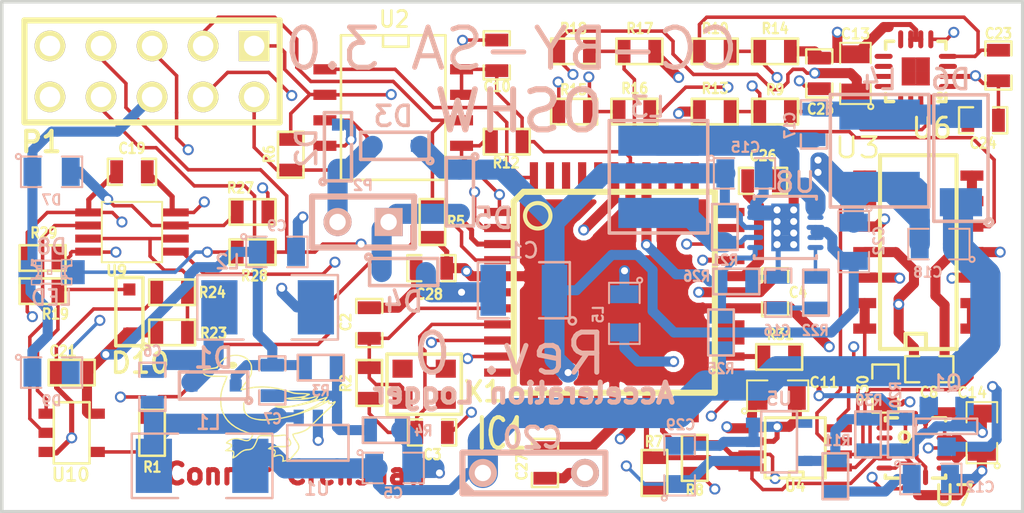
<source format=kicad_pcb>
(kicad_pcb (version 3) (host pcbnew "(2013-11-03 BZR 4430)-product")
  (layers (15 F.Cu signal hide) (2 Inner2.Cu signal hide) (1 Inner1.Cu power hide) (0 B.Cu signal) (18 B.Paste user hide) (19 F.Paste user hide) (20 B.SilkS user) (21 F.SilkS user) (22 B.Mask user) (23 F.Mask user hide) (28 Edge.Cuts user))
  (net 0 "")
  (net 1 3V3)
  (net 2 3V3_Analog)
  (net 3 3V3_Analog_Unswitched)
  (net 4 GND)
  (net 5 "Net-(C1-Pad1)")
  (net 6 "Net-(C12-Pad1)")
  (net 7 "Net-(C16-Pad1)")
  (net 8 "Net-(C17-Pad1)")
  (net 9 "Net-(C17-Pad2)")
  (net 10 "Net-(C2-Pad2)")
  (net 11 "Net-(C23-Pad1)")
  (net 12 "Net-(C24-Pad1)")
  (net 13 "Net-(C25-Pad2)")
  (net 14 "Net-(C26-Pad1)")
  (net 15 "Net-(C29-Pad1)")
  (net 16 "Net-(C3-Pad2)")
  (net 17 "Net-(C6-Pad1)")
  (net 18 "Net-(C6-Pad2)")
  (net 19 "Net-(C7-Pad2)")
  (net 20 "Net-(D10-Pad1)")
  (net 21 "Net-(D2-Pad2)")
  (net 22 "Net-(D4-Pad2)")
  (net 23 "Net-(D7-Pad2)")
  (net 24 "Net-(D8-Pad1)")
  (net 25 "Net-(D9-Pad2)")
  (net 26 "Net-(IC1-Pad1)")
  (net 27 "Net-(IC1-Pad19)")
  (net 28 "Net-(IC1-Pad2)")
  (net 29 "Net-(IC1-Pad20)")
  (net 30 "Net-(IC1-Pad23)")
  (net 31 "Net-(IC1-Pad24)")
  (net 32 "Net-(IC1-Pad3)")
  (net 33 "Net-(IC1-Pad30)")
  (net 34 "Net-(IC1-Pad31)")
  (net 35 "Net-(IC1-Pad4)")
  (net 36 "Net-(IC1-Pad44)")
  (net 37 "Net-(L3-Pad1)")
  (net 38 "Net-(Q1-PadG)")
  (net 39 "Net-(R10-Pad2)")
  (net 40 "Net-(R11-Pad1)")
  (net 41 "Net-(R13-Pad1)")
  (net 42 "Net-(R15-Pad1)")
  (net 43 "Net-(R17-Pad1)")
  (net 44 "Net-(R22-Pad1)")
  (net 45 "Net-(R23-Pad2)")
  (net 46 "Net-(U10-Pad2)")
  (net 47 "Net-(U3-Pad1)")
  (net 48 "Net-(U3-Pad13)")
  (net 49 "Net-(U3-Pad6)")
  (net 50 "Net-(U3-Pad8)")
  (net 51 RX)
  (net 52 Reset)
  (net 53 TX)
  (net 54 Vcap)
  (net 55 Vmon)
  (module TQFP44 (layer F.Cu) (at 135 106.1)
    (fp_text reference IC1 (at -5.6 7.05) (layer F.SilkS) (effects (font (size 1.524 1.016) (thickness 0.2032))))
    (fp_text value ATMEGA1284P-A hide)
    (pad 39 smd rect (at 0 -5.715) (size 0.4064 1.524) (layers F.Cu F.Paste F.Mask) (net 4 GND))
    (pad 40 smd rect (at -0.8001 -5.715) (size 0.4064 1.524) (layers F.Cu F.Paste F.Mask))
    (pad 41 smd rect (at -1.6002 -5.715) (size 0.4064 1.524) (layers F.Cu F.Paste F.Mask))
    (pad 42 smd rect (at -2.4003 -5.715) (size 0.4064 1.524) (layers F.Cu F.Paste F.Mask))
    (pad 43 smd rect (at -3.2004 -5.715) (size 0.4064 1.524) (layers F.Cu F.Paste F.Mask))
    (pad 44 smd rect (at -4.0005 -5.715) (size 0.4064 1.524) (layers F.Cu F.Paste F.Mask) (net 36 "Net-(IC1-Pad44)"))
    (pad 38 smd rect (at 0.8001 -5.715) (size 0.4064 1.524) (layers F.Cu F.Paste F.Mask) (net 1 3V3))
    (pad 37 smd rect (at 1.6002 -5.715) (size 0.4064 1.524) (layers F.Cu F.Paste F.Mask) (net 55 Vmon))
    (pad 36 smd rect (at 2.4003 -5.715) (size 0.4064 1.524) (layers F.Cu F.Paste F.Mask))
    (pad 35 smd rect (at 3.2004 -5.715) (size 0.4064 1.524) (layers F.Cu F.Paste F.Mask))
    (pad 34 smd rect (at 4.0005 -5.715) (size 0.4064 1.524) (layers F.Cu F.Paste F.Mask))
    (pad 17 smd rect (at 0 5.715) (size 0.4064 1.524) (layers F.Cu F.Paste F.Mask) (net 1 3V3))
    (pad 16 smd rect (at -0.8001 5.715) (size 0.4064 1.524) (layers F.Cu F.Paste F.Mask))
    (pad 15 smd rect (at -1.6002 5.715) (size 0.4064 1.524) (layers F.Cu F.Paste F.Mask))
    (pad 14 smd rect (at -2.4003 5.715) (size 0.4064 1.524) (layers F.Cu F.Paste F.Mask))
    (pad 13 smd rect (at -3.2004 5.715) (size 0.4064 1.524) (layers F.Cu F.Paste F.Mask))
    (pad 12 smd rect (at -4.0005 5.715) (size 0.4064 1.524) (layers F.Cu F.Paste F.Mask))
    (pad 18 smd rect (at 0.8001 5.715) (size 0.4064 1.524) (layers F.Cu F.Paste F.Mask) (net 4 GND))
    (pad 19 smd rect (at 1.6002 5.715) (size 0.4064 1.524) (layers F.Cu F.Paste F.Mask) (net 27 "Net-(IC1-Pad19)"))
    (pad 20 smd rect (at 2.4003 5.715) (size 0.4064 1.524) (layers F.Cu F.Paste F.Mask) (net 29 "Net-(IC1-Pad20)"))
    (pad 21 smd rect (at 3.2004 5.715) (size 0.4064 1.524) (layers F.Cu F.Paste F.Mask))
    (pad 22 smd rect (at 4.0005 5.715) (size 0.4064 1.524) (layers F.Cu F.Paste F.Mask))
    (pad 6 smd rect (at -5.715 0) (size 1.524 0.4064) (layers F.Cu F.Paste F.Mask) (net 4 GND))
    (pad 28 smd rect (at 5.715 0) (size 1.524 0.4064) (layers F.Cu F.Paste F.Mask) (net 4 GND))
    (pad 7 smd rect (at -5.715 0.8001) (size 1.524 0.4064) (layers F.Cu F.Paste F.Mask) (net 10 "Net-(C2-Pad2)"))
    (pad 27 smd rect (at 5.715 0.8001) (size 1.524 0.4064) (layers F.Cu F.Paste F.Mask) (net 1 3V3))
    (pad 26 smd rect (at 5.715 1.6002) (size 1.524 0.4064) (layers F.Cu F.Paste F.Mask))
    (pad 8 smd rect (at -5.715 1.6002) (size 1.524 0.4064) (layers F.Cu F.Paste F.Mask) (net 16 "Net-(C3-Pad2)"))
    (pad 9 smd rect (at -5.715 2.4003) (size 1.524 0.4064) (layers F.Cu F.Paste F.Mask) (net 51 RX))
    (pad 25 smd rect (at 5.715 2.4003) (size 1.524 0.4064) (layers F.Cu F.Paste F.Mask))
    (pad 24 smd rect (at 5.715 3.2004) (size 1.524 0.4064) (layers F.Cu F.Paste F.Mask) (net 31 "Net-(IC1-Pad24)"))
    (pad 10 smd rect (at -5.715 3.2004) (size 1.524 0.4064) (layers F.Cu F.Paste F.Mask) (net 53 TX))
    (pad 11 smd rect (at -5.715 4.0005) (size 1.524 0.4064) (layers F.Cu F.Paste F.Mask))
    (pad 23 smd rect (at 5.715 4.0005) (size 1.524 0.4064) (layers F.Cu F.Paste F.Mask) (net 30 "Net-(IC1-Pad23)"))
    (pad 29 smd rect (at 5.715 -0.8001) (size 1.524 0.4064) (layers F.Cu F.Paste F.Mask) (net 14 "Net-(C26-Pad1)"))
    (pad 5 smd rect (at -5.715 -0.8001) (size 1.524 0.4064) (layers F.Cu F.Paste F.Mask) (net 1 3V3))
    (pad 4 smd rect (at -5.715 -1.6002) (size 1.524 0.4064) (layers F.Cu F.Paste F.Mask) (net 35 "Net-(IC1-Pad4)"))
    (pad 30 smd rect (at 5.715 -1.6002) (size 1.524 0.4064) (layers F.Cu F.Paste F.Mask) (net 33 "Net-(IC1-Pad30)"))
    (pad 31 smd rect (at 5.715 -2.4003) (size 1.524 0.4064) (layers F.Cu F.Paste F.Mask) (net 34 "Net-(IC1-Pad31)"))
    (pad 3 smd rect (at -5.715 -2.4003) (size 1.524 0.4064) (layers F.Cu F.Paste F.Mask) (net 32 "Net-(IC1-Pad3)"))
    (pad 2 smd rect (at -5.715 -3.2004) (size 1.524 0.4064) (layers F.Cu F.Paste F.Mask) (net 28 "Net-(IC1-Pad2)"))
    (pad 32 smd rect (at 5.715 -3.2004) (size 1.524 0.4064) (layers F.Cu F.Paste F.Mask))
    (pad 33 smd rect (at 5.715 -4.0005) (size 1.524 0.4064) (layers F.Cu F.Paste F.Mask))
    (pad 1 smd rect (at -5.715 -4.0005) (size 1.524 0.4064) (layers F.Cu F.Paste F.Mask) (net 26 "Net-(IC1-Pad1)"))
  )
  (module SOT23-5 (layer B.Cu) (at 143.2 113.55 90)
    (fp_text reference U5 (at 2.15 0 180) (layer B.SilkS) (effects (font (size 0.635 0.635) (thickness 0.127)) (justify mirror)))
    (fp_text value TPS7703X hide)
    (pad 1 smd rect (at -0.9525 -1.27 90) (size 0.508 0.762) (layers B.Cu B.Paste B.Mask) (net 15 "Net-(C29-Pad1)"))
    (pad 3 smd rect (at 0.9525 -1.27 90) (size 0.508 0.762) (layers B.Cu B.Paste B.Mask) (net 4 GND))
    (pad 5 smd rect (at -0.9525 1.27 90) (size 0.508 0.762) (layers B.Cu B.Paste B.Mask) (net 40 "Net-(R11-Pad1)"))
    (pad 2 smd rect (at 0 -1.27 90) (size 0.508 0.762) (layers B.Cu B.Paste B.Mask) (net 4 GND))
    (pad 4 smd rect (at 0.9525 1.27 90) (size 0.508 0.762) (layers B.Cu B.Paste B.Mask))
  )
  (module SOT23-5 (layer B.Cu) (at 120.25 113.6)
    (fp_text reference U1 (at -0.0445 2.2875) (layer B.SilkS) (effects (font (size 0.635 0.635) (thickness 0.127)) (justify mirror)))
    (fp_text value LT1615-1 hide)
    (pad 1 smd rect (at -0.9525 -1.27) (size 0.508 0.762) (layers B.Cu B.Paste B.Mask) (net 17 "Net-(C6-Pad1)"))
    (pad 3 smd rect (at 0.9525 -1.27) (size 0.508 0.762) (layers B.Cu B.Paste B.Mask) (net 19 "Net-(C7-Pad2)"))
    (pad 5 smd rect (at -0.9525 1.27) (size 0.508 0.762) (layers B.Cu B.Paste B.Mask) (net 54 Vcap))
    (pad 2 smd rect (at 0 -1.27) (size 0.508 0.762) (layers B.Cu B.Paste B.Mask) (net 4 GND))
    (pad 4 smd rect (at 0.9525 1.27) (size 0.508 0.762) (layers B.Cu B.Paste B.Mask) (net 54 Vcap))
  )
  (module SOT23-5 (layer F.Cu) (at 108 113.1 270)
    (fp_text reference U10 (at 2.089 0.05 360) (layer F.SilkS) (effects (font (size 0.635 0.635) (thickness 0.127))))
    (fp_text value SN74AUP1G00 hide)
    (pad 1 smd rect (at -0.9525 1.27 270) (size 0.508 0.762) (layers F.Cu F.Paste F.Mask) (net 20 "Net-(D10-Pad1)"))
    (pad 3 smd rect (at 0.9525 1.27 270) (size 0.508 0.762) (layers F.Cu F.Paste F.Mask) (net 4 GND))
    (pad 5 smd rect (at -0.9525 -1.27 270) (size 0.508 0.762) (layers F.Cu F.Paste F.Mask) (net 1 3V3))
    (pad 2 smd rect (at 0 1.27 270) (size 0.508 0.762) (layers F.Cu F.Paste F.Mask) (net 46 "Net-(U10-Pad2)"))
    (pad 4 smd rect (at 0.9525 -1.27 270) (size 0.508 0.762) (layers F.Cu F.Paste F.Mask) (net 52 Reset))
  )
  (module SM2010 (layer B.Cu) (at 117.75 106.85)
    (fp_text reference L2 (at -1.9895 -2.2655) (layer B.SilkS) (effects (font (size 0.70104 0.70104) (thickness 0.127)) (justify mirror)))
    (fp_text value 10u hide)
    (pad 1 smd rect (at -2.4003 0) (size 1.80086 2.70002) (layers B.Cu B.Paste B.Mask) (net 18 "Net-(C6-Pad2)"))
    (pad 2 smd rect (at 2.4003 0) (size 1.80086 2.70002) (layers B.Cu B.Paste B.Mask) (net 4 GND))
  )
  (module SM2010 (layer B.Cu) (at 114.4905 114.7445 180)
    (fp_text reference L1 (at -0.3175 2.159 180) (layer B.SilkS) (effects (font (size 0.70104 0.70104) (thickness 0.127)) (justify mirror)))
    (fp_text value 10u hide)
    (pad 1 smd rect (at -2.4003 0 180) (size 1.80086 2.70002) (layers B.Cu B.Paste B.Mask) (net 54 Vcap))
    (pad 2 smd rect (at 2.4003 0 180) (size 1.80086 2.70002) (layers B.Cu B.Paste B.Mask) (net 17 "Net-(C6-Pad1)"))
  )
  (module SM0805 (layer B.Cu) (at 107 100.1)
    (fp_text reference D7 (at 0 1.4) (layer B.SilkS) (effects (font (size 0.50038 0.50038) (thickness 0.10922)) (justify mirror)))
    (fp_text value PHOTODIODE hide)
    (pad 1 smd rect (at -0.9525 0) (size 0.889 1.397) (layers B.Cu B.Paste B.Mask) (net 4 GND))
    (pad 2 smd rect (at 0.9525 0) (size 0.889 1.397) (layers B.Cu B.Paste B.Mask) (net 23 "Net-(D7-Pad2)"))
  )
  (module SM0805 (layer B.Cu) (at 107 110.1)
    (fp_text reference D9 (at 0 1.4) (layer B.SilkS) (effects (font (size 0.50038 0.50038) (thickness 0.10922)) (justify mirror)))
    (fp_text value PHOTODIODE hide)
    (pad 1 smd rect (at -0.9525 0) (size 0.889 1.397) (layers B.Cu B.Paste B.Mask) (net 4 GND))
    (pad 2 smd rect (at 0.9525 0) (size 0.889 1.397) (layers B.Cu B.Paste B.Mask) (net 25 "Net-(D9-Pad2)"))
  )
  (module SM0603_Capa (layer F.Cu) (at 150.6728 109.9312 180)
    (fp_text reference C8 (at 0.013 -1.152 180) (layer F.SilkS) (effects (font (size 0.508 0.4572) (thickness 0.1143))))
    (fp_text value .1u hide)
    (pad 1 smd rect (at -0.762 0 180) (size 0.635 1.143) (layers F.Cu F.Paste F.Mask) (net 2 3V3_Analog))
    (pad 2 smd rect (at 0.762 0 180) (size 0.635 1.143) (layers F.Cu F.Paste F.Mask) (net 4 GND))
  )
  (module SM0603_Capa (layer B.Cu) (at 144.9324 97.7392 90)
    (fp_text reference C17 (at -0.05 -1.2 90) (layer B.SilkS) (effects (font (size 0.508 0.4572) (thickness 0.1143)) (justify mirror)))
    (fp_text value .47u hide)
    (pad 1 smd rect (at -0.762 0 90) (size 0.635 1.143) (layers B.Cu B.Paste B.Mask) (net 8 "Net-(C17-Pad1)"))
    (pad 2 smd rect (at 0.762 0 90) (size 0.635 1.143) (layers B.Cu B.Paste B.Mask) (net 9 "Net-(C17-Pad2)"))
  )
  (module SM0603_Capa (layer B.Cu) (at 143.1544 106.1212 90)
    (fp_text reference C16 (at -1.8788 -0.0544 180) (layer B.SilkS) (effects (font (size 0.508 0.4572) (thickness 0.1143)) (justify mirror)))
    (fp_text value 10n hide)
    (pad 1 smd rect (at -0.762 0 90) (size 0.635 1.143) (layers B.Cu B.Paste B.Mask) (net 7 "Net-(C16-Pad1)"))
    (pad 2 smd rect (at 0.762 0 90) (size 0.635 1.143) (layers B.Cu B.Paste B.Mask) (net 4 GND))
  )
  (module SM0603_Capa (layer F.Cu) (at 129.15 94.3 90)
    (fp_text reference C10 (at -1.5485 0.0155 180) (layer F.SilkS) (effects (font (size 0.508 0.4572) (thickness 0.1143))))
    (fp_text value 1u hide)
    (pad 1 smd rect (at -0.762 0 90) (size 0.635 1.143) (layers F.Cu F.Paste F.Mask) (net 1 3V3))
    (pad 2 smd rect (at 0.762 0 90) (size 0.635 1.143) (layers F.Cu F.Paste F.Mask) (net 4 GND))
  )
  (module SM0603_Capa (layer F.Cu) (at 125.9332 113.0808 180)
    (fp_text reference C3 (at -0.0155 -1.105 180) (layer F.SilkS) (effects (font (size 0.508 0.4572) (thickness 0.1143))))
    (fp_text value 22pf hide)
    (pad 1 smd rect (at -0.762 0 180) (size 0.635 1.143) (layers F.Cu F.Paste F.Mask) (net 4 GND))
    (pad 2 smd rect (at 0.762 0 180) (size 0.635 1.143) (layers F.Cu F.Paste F.Mask) (net 16 "Net-(C3-Pad2)"))
  )
  (module SM0603_Capa (layer F.Cu) (at 122.809 107.6325 270)
    (fp_text reference C2 (at -0.049 1.1685 270) (layer F.SilkS) (effects (font (size 0.508 0.4572) (thickness 0.1143))))
    (fp_text value 22pf hide)
    (pad 1 smd rect (at -0.762 0 270) (size 0.635 1.143) (layers F.Cu F.Paste F.Mask) (net 4 GND))
    (pad 2 smd rect (at 0.762 0 270) (size 0.635 1.143) (layers F.Cu F.Paste F.Mask) (net 10 "Net-(C2-Pad2)"))
  )
  (module SM0603_Capa (layer F.Cu) (at 143 106.1 270)
    (fp_text reference C4 (at 0.0085 -1.145 360) (layer F.SilkS) (effects (font (size 0.508 0.4572) (thickness 0.1143))))
    (fp_text value 1uF hide)
    (pad 1 smd rect (at -0.762 0 270) (size 0.635 1.143) (layers F.Cu F.Paste F.Mask) (net 4 GND))
    (pad 2 smd rect (at 0.762 0 270) (size 0.635 1.143) (layers F.Cu F.Paste F.Mask) (net 1 3V3))
  )
  (module SM0603_Capa (layer F.Cu) (at 111 100.1 180)
    (fp_text reference C19 (at 0.002 1.167 180) (layer F.SilkS) (effects (font (size 0.508 0.4572) (thickness 0.1143))))
    (fp_text value .1u hide)
    (pad 1 smd rect (at -0.762 0 180) (size 0.635 1.143) (layers F.Cu F.Paste F.Mask) (net 4 GND))
    (pad 2 smd rect (at 0.762 0 180) (size 0.635 1.143) (layers F.Cu F.Paste F.Mask) (net 1 3V3))
  )
  (module SM0603_Capa (layer B.Cu) (at 117.983 110.49 270)
    (fp_text reference C7 (at 1.91 -0.017 360) (layer B.SilkS) (effects (font (size 0.508 0.4572) (thickness 0.1143)) (justify mirror)))
    (fp_text value 4.7pF hide)
    (pad 1 smd rect (at -0.762 0 270) (size 0.635 1.143) (layers B.Cu B.Paste B.Mask) (net 1 3V3))
    (pad 2 smd rect (at 0.762 0 270) (size 0.635 1.143) (layers B.Cu B.Paste B.Mask) (net 19 "Net-(C7-Pad2)"))
  )
  (module SM0603_Capa (layer B.Cu) (at 112.014 110.8075 90)
    (fp_text reference C6 (at 1.778 0 360) (layer B.SilkS) (effects (font (size 0.508 0.4572) (thickness 0.1143)) (justify mirror)))
    (fp_text value 1u hide)
    (pad 1 smd rect (at -0.762 0 90) (size 0.635 1.143) (layers B.Cu B.Paste B.Mask) (net 17 "Net-(C6-Pad1)"))
    (pad 2 smd rect (at 0.762 0 90) (size 0.635 1.143) (layers B.Cu B.Paste B.Mask) (net 18 "Net-(C6-Pad2)"))
  )
  (module SM0603 (layer F.Cu) (at 117 102.1 180)
    (fp_text reference R27 (at 0.6045 1.1985 180) (layer F.SilkS) (effects (font (size 0.508 0.4572) (thickness 0.1143))))
    (fp_text value 200k hide)
    (pad 1 smd rect (at -0.762 0 180) (size 0.635 1.143) (layers F.Cu F.Paste F.Mask) (net 1 3V3))
    (pad 2 smd rect (at 0.762 0 180) (size 0.635 1.143) (layers F.Cu F.Paste F.Mask) (net 23 "Net-(D7-Pad2)"))
  )
  (module SM0603 (layer F.Cu) (at 108 110.1 180)
    (fp_text reference C21 (at 0.431 1.0705 180) (layer F.SilkS) (effects (font (size 0.508 0.4572) (thickness 0.1143))))
    (fp_text value .1u hide)
    (pad 1 smd rect (at -0.762 0 180) (size 0.635 1.143) (layers F.Cu F.Paste F.Mask) (net 1 3V3))
    (pad 2 smd rect (at 0.762 0 180) (size 0.635 1.143) (layers F.Cu F.Paste F.Mask) (net 4 GND))
  )
  (module SM0603 (layer F.Cu) (at 106.553 106.045)
    (fp_text reference R19 (at 0.635 1.143) (layer F.SilkS) (effects (font (size 0.508 0.4572) (thickness 0.1143))))
    (fp_text value 100k hide)
    (pad 1 smd rect (at -0.762 0) (size 0.635 1.143) (layers F.Cu F.Paste F.Mask) (net 5 "Net-(C1-Pad1)"))
    (pad 2 smd rect (at 0.762 0) (size 0.635 1.143) (layers F.Cu F.Paste F.Mask) (net 20 "Net-(D10-Pad1)"))
  )
  (module SM0603 (layer B.Cu) (at 141.0716 105.5624)
    (fp_text reference R26 (at -1.9716 -0.2624) (layer B.SilkS) (effects (font (size 0.508 0.4572) (thickness 0.1143)) (justify mirror)))
    (fp_text value 107k hide)
    (pad 1 smd rect (at -0.762 0) (size 0.635 1.143) (layers B.Cu B.Paste B.Mask) (net 55 Vmon))
    (pad 2 smd rect (at 0.762 0) (size 0.635 1.143) (layers B.Cu B.Paste B.Mask) (net 4 GND))
  )
  (module SM0603 (layer B.Cu) (at 140.3096 108.1024 90)
    (fp_text reference R25 (at -1.8 0 180) (layer B.SilkS) (effects (font (size 0.508 0.4572) (thickness 0.1143)) (justify mirror)))
    (fp_text value 316k hide)
    (pad 1 smd rect (at -0.762 0 90) (size 0.635 1.143) (layers B.Cu B.Paste B.Mask) (net 54 Vcap))
    (pad 2 smd rect (at 0.762 0 90) (size 0.635 1.143) (layers B.Cu B.Paste B.Mask) (net 55 Vmon))
  )
  (module SM0603 (layer F.Cu) (at 106.553 104.394)
    (fp_text reference R29 (at 0.061 -1.249) (layer F.SilkS) (effects (font (size 0.508 0.4572) (thickness 0.1143))))
    (fp_text value 200k hide)
    (pad 1 smd rect (at -0.762 0) (size 0.635 1.143) (layers F.Cu F.Paste F.Mask) (net 1 3V3))
    (pad 2 smd rect (at 0.762 0) (size 0.635 1.143) (layers F.Cu F.Paste F.Mask) (net 25 "Net-(D9-Pad2)"))
  )
  (module SM0603 (layer F.Cu) (at 117 104.1 180)
    (fp_text reference R28 (at -0.094 -1.183 180) (layer F.SilkS) (effects (font (size 0.508 0.4572) (thickness 0.1143))))
    (fp_text value 1k hide)
    (pad 1 smd rect (at -0.762 0 180) (size 0.635 1.143) (layers F.Cu F.Paste F.Mask) (net 53 TX))
    (pad 2 smd rect (at 0.762 0 180) (size 0.635 1.143) (layers F.Cu F.Paste F.Mask) (net 24 "Net-(D8-Pad1)"))
  )
  (module SM0603 (layer F.Cu) (at 113 106.1 180)
    (fp_text reference R24 (at -1.9985 -0.0085 180) (layer F.SilkS) (effects (font (size 0.508 0.4572) (thickness 0.1143))))
    (fp_text value tweak hide)
    (pad 1 smd rect (at -0.762 0 180) (size 0.635 1.143) (layers F.Cu F.Paste F.Mask) (net 45 "Net-(R23-Pad2)"))
    (pad 2 smd rect (at 0.762 0 180) (size 0.635 1.143) (layers F.Cu F.Paste F.Mask) (net 4 GND))
  )
  (module SM0603 (layer B.Cu) (at 145.034 106.1212 270)
    (fp_text reference R22 (at 1.8788 0.034 360) (layer B.SilkS) (effects (font (size 0.508 0.4572) (thickness 0.1143)) (justify mirror)))
    (fp_text value 2k hide)
    (pad 1 smd rect (at -0.762 0 270) (size 0.635 1.143) (layers B.Cu B.Paste B.Mask) (net 44 "Net-(R22-Pad1)"))
    (pad 2 smd rect (at 0.762 0 270) (size 0.635 1.143) (layers B.Cu B.Paste B.Mask) (net 7 "Net-(C16-Pad1)"))
  )
  (module SM0603 (layer F.Cu) (at 113 108.1)
    (fp_text reference R23 (at 2.062 0.0405) (layer F.SilkS) (effects (font (size 0.508 0.4572) (thickness 0.1143))))
    (fp_text value tweak hide)
    (pad 1 smd rect (at -0.762 0) (size 0.635 1.143) (layers F.Cu F.Paste F.Mask) (net 1 3V3))
    (pad 2 smd rect (at 0.762 0) (size 0.635 1.143) (layers F.Cu F.Paste F.Mask) (net 45 "Net-(R23-Pad2)"))
  )
  (module SM0603 (layer B.Cu) (at 140.5 102.85 270)
    (fp_text reference R21 (at 1.65 0 360) (layer B.SilkS) (effects (font (size 0.508 0.4572) (thickness 0.1143)) (justify mirror)))
    (fp_text value .1 hide)
    (pad 1 smd rect (at -0.762 0 270) (size 0.635 1.143) (layers B.Cu B.Paste B.Mask) (net 5 "Net-(C1-Pad1)"))
    (pad 2 smd rect (at 0.762 0 270) (size 0.635 1.143) (layers B.Cu B.Paste B.Mask) (net 37 "Net-(L3-Pad1)"))
  )
  (module SM0603 (layer F.Cu) (at 122.809 110.617 270)
    (fp_text reference R2 (at 0.015 1.1685 270) (layer F.SilkS) (effects (font (size 0.508 0.4572) (thickness 0.1143))))
    (fp_text value 1M hide)
    (pad 1 smd rect (at -0.762 0 270) (size 0.635 1.143) (layers F.Cu F.Paste F.Mask) (net 10 "Net-(C2-Pad2)"))
    (pad 2 smd rect (at 0.762 0 270) (size 0.635 1.143) (layers F.Cu F.Paste F.Mask) (net 16 "Net-(C3-Pad2)"))
  )
  (module SM0603 (layer F.Cu) (at 129.65 98.6)
    (fp_text reference R12 (at -0.031 1.056) (layer F.SilkS) (effects (font (size 0.508 0.4572) (thickness 0.1143))))
    (fp_text value 100k hide)
    (pad 1 smd rect (at -0.762 0) (size 0.635 1.143) (layers F.Cu F.Paste F.Mask) (net 26 "Net-(IC1-Pad1)"))
    (pad 2 smd rect (at 0.762 0) (size 0.635 1.143) (layers F.Cu F.Paste F.Mask) (net 1 3V3))
  )
  (module SM0603 (layer F.Cu) (at 118.9 99.25 270)
    (fp_text reference R6 (at -0.0325 1.0705 270) (layer F.SilkS) (effects (font (size 0.508 0.4572) (thickness 0.1143))))
    (fp_text value 100k hide)
    (pad 1 smd rect (at -0.762 0 270) (size 0.635 1.143) (layers F.Cu F.Paste F.Mask) (net 28 "Net-(IC1-Pad2)"))
    (pad 2 smd rect (at 0.762 0 270) (size 0.635 1.143) (layers F.Cu F.Paste F.Mask) (net 1 3V3))
  )
  (module SM0603 (layer B.Cu) (at 120.396 109.855)
    (fp_text reference R3 (at 0 1.15) (layer B.SilkS) (effects (font (size 0.508 0.4572) (thickness 0.1143)) (justify mirror)))
    (fp_text value 1M hide)
    (pad 1 smd rect (at -0.762 0) (size 0.635 1.143) (layers B.Cu B.Paste B.Mask) (net 1 3V3))
    (pad 2 smd rect (at 0.762 0) (size 0.635 1.143) (layers B.Cu B.Paste B.Mask) (net 19 "Net-(C7-Pad2)"))
  )
  (module SM0603 (layer B.Cu) (at 123.6345 112.9665)
    (fp_text reference R4 (at 1.8655 0.0335) (layer B.SilkS) (effects (font (size 0.508 0.4572) (thickness 0.1143)) (justify mirror)))
    (fp_text value 560k hide)
    (pad 1 smd rect (at -0.762 0) (size 0.635 1.143) (layers B.Cu B.Paste B.Mask) (net 19 "Net-(C7-Pad2)"))
    (pad 2 smd rect (at 0.762 0) (size 0.635 1.143) (layers B.Cu B.Paste B.Mask) (net 4 GND))
  )
  (module SM0603 (layer B.Cu) (at 146 115.262 270)
    (fp_text reference R11 (at -1.778 -0.085 360) (layer B.SilkS) (effects (font (size 0.508 0.4572) (thickness 0.1143)) (justify mirror)))
    (fp_text value 1 hide)
    (pad 1 smd rect (at -0.762 0 270) (size 0.635 1.143) (layers B.Cu B.Paste B.Mask) (net 40 "Net-(R11-Pad1)"))
    (pad 2 smd rect (at 0.762 0 270) (size 0.635 1.143) (layers B.Cu B.Paste B.Mask) (net 6 "Net-(C12-Pad1)"))
  )
  (module SM0603 (layer F.Cu) (at 112 113.1 270)
    (fp_text reference R1 (at 1.708 -0.014 360) (layer F.SilkS) (effects (font (size 0.508 0.4572) (thickness 0.1143))))
    (fp_text value 100k hide)
    (pad 1 smd rect (at -0.762 0 270) (size 0.635 1.143) (layers F.Cu F.Paste F.Mask) (net 35 "Net-(IC1-Pad4)"))
    (pad 2 smd rect (at 0.762 0 270) (size 0.635 1.143) (layers F.Cu F.Paste F.Mask) (net 52 Reset))
  )
  (module SM0603 (layer F.Cu) (at 125.95 102.6 270)
    (fp_text reference R5 (at -0.0245 -1.174 360) (layer F.SilkS) (effects (font (size 0.508 0.4572) (thickness 0.1143))))
    (fp_text value 100k hide)
    (pad 1 smd rect (at -0.762 0 270) (size 0.635 1.143) (layers F.Cu F.Paste F.Mask) (net 32 "Net-(IC1-Pad3)"))
    (pad 2 smd rect (at 0.762 0 270) (size 0.635 1.143) (layers F.Cu F.Paste F.Mask) (net 1 3V3))
  )
  (module SM0603 (layer F.Cu) (at 139 114.35 270)
    (fp_text reference R8 (at 1.601 -0.0015 360) (layer F.SilkS) (effects (font (size 0.508 0.4572) (thickness 0.1143))))
    (fp_text value 100k hide)
    (pad 1 smd rect (at -0.762 0 270) (size 0.635 1.143) (layers F.Cu F.Paste F.Mask) (net 29 "Net-(IC1-Pad20)"))
    (pad 2 smd rect (at 0.762 0 270) (size 0.635 1.143) (layers F.Cu F.Paste F.Mask) (net 3 3V3_Analog_Unswitched))
  )
  (module SM0603 (layer F.Cu) (at 137 115.1 270)
    (fp_text reference R7 (at -1.562 0.0305 360) (layer F.SilkS) (effects (font (size 0.508 0.4572) (thickness 0.1143))))
    (fp_text value 100k hide)
    (pad 1 smd rect (at -0.762 0 270) (size 0.635 1.143) (layers F.Cu F.Paste F.Mask) (net 27 "Net-(IC1-Pad19)"))
    (pad 2 smd rect (at 0.762 0 270) (size 0.635 1.143) (layers F.Cu F.Paste F.Mask) (net 3 3V3_Analog_Unswitched))
  )
  (module SM0603 (layer F.Cu) (at 143 97.1 180)
    (fp_text reference R9 (at -0.002 1.088 180) (layer F.SilkS) (effects (font (size 0.508 0.4572) (thickness 0.1143))))
    (fp_text value 100k hide)
    (pad 1 smd rect (at -0.762 0 180) (size 0.635 1.143) (layers F.Cu F.Paste F.Mask) (net 12 "Net-(C24-Pad1)"))
    (pad 2 smd rect (at 0.762 0 180) (size 0.635 1.143) (layers F.Cu F.Paste F.Mask) (net 41 "Net-(R13-Pad1)"))
  )
  (module SM0603 (layer F.Cu) (at 140 94.1)
    (fp_text reference R10 (at 0.0175 -1.136) (layer F.SilkS) (effects (font (size 0.508 0.4572) (thickness 0.1143))))
    (fp_text value 100k hide)
    (pad 1 smd rect (at -0.762 0) (size 0.635 1.143) (layers F.Cu F.Paste F.Mask) (net 11 "Net-(C23-Pad1)"))
    (pad 2 smd rect (at 0.762 0) (size 0.635 1.143) (layers F.Cu F.Paste F.Mask) (net 39 "Net-(R10-Pad2)"))
  )
  (module SM0603 (layer F.Cu) (at 143 94.1)
    (fp_text reference R14 (at 0.002 -1.136) (layer F.SilkS) (effects (font (size 0.508 0.4572) (thickness 0.1143))))
    (fp_text value 196k hide)
    (pad 1 smd rect (at -0.762 0) (size 0.635 1.143) (layers F.Cu F.Paste F.Mask) (net 39 "Net-(R10-Pad2)"))
    (pad 2 smd rect (at 0.762 0) (size 0.635 1.143) (layers F.Cu F.Paste F.Mask) (net 4 GND))
  )
  (module SM0603 (layer F.Cu) (at 140 97.1 180)
    (fp_text reference R13 (at -0.0175 1.1515 180) (layer F.SilkS) (effects (font (size 0.508 0.4572) (thickness 0.1143))))
    (fp_text value 196k hide)
    (pad 1 smd rect (at -0.762 0 180) (size 0.635 1.143) (layers F.Cu F.Paste F.Mask) (net 41 "Net-(R13-Pad1)"))
    (pad 2 smd rect (at 0.762 0 180) (size 0.635 1.143) (layers F.Cu F.Paste F.Mask) (net 4 GND))
  )
  (module SM0603 (layer F.Cu) (at 133 97.1 180)
    (fp_text reference R15 (at 0.031 1.088 180) (layer F.SilkS) (effects (font (size 0.508 0.4572) (thickness 0.1143))))
    (fp_text value 100k hide)
    (pad 1 smd rect (at -0.762 0 180) (size 0.635 1.143) (layers F.Cu F.Paste F.Mask) (net 42 "Net-(R15-Pad1)"))
    (pad 2 smd rect (at 0.762 0 180) (size 0.635 1.143) (layers F.Cu F.Paste F.Mask) (net 4 GND))
  )
  (module SM0603 (layer F.Cu) (at 136 97.1 180)
    (fp_text reference R16 (at -0.017 1.1515 180) (layer F.SilkS) (effects (font (size 0.508 0.4572) (thickness 0.1143))))
    (fp_text value 196k hide)
    (pad 1 smd rect (at -0.762 0 180) (size 0.635 1.143) (layers F.Cu F.Paste F.Mask) (net 13 "Net-(C25-Pad2)"))
    (pad 2 smd rect (at 0.762 0 180) (size 0.635 1.143) (layers F.Cu F.Paste F.Mask) (net 42 "Net-(R15-Pad1)"))
  )
  (module SM0603 (layer F.Cu) (at 133 94.1)
    (fp_text reference R18 (at -0.031 -1.136) (layer F.SilkS) (effects (font (size 0.508 0.4572) (thickness 0.1143))))
    (fp_text value 100k hide)
    (pad 1 smd rect (at -0.762 0) (size 0.635 1.143) (layers F.Cu F.Paste F.Mask) (net 2 3V3_Analog))
    (pad 2 smd rect (at 0.762 0) (size 0.635 1.143) (layers F.Cu F.Paste F.Mask) (net 43 "Net-(R17-Pad1)"))
  )
  (module SM0603 (layer F.Cu) (at 136.25 94.1)
    (fp_text reference R17 (at 0.021 -1.136) (layer F.SilkS) (effects (font (size 0.508 0.4572) (thickness 0.1143))))
    (fp_text value 180k hide)
    (pad 1 smd rect (at -0.762 0) (size 0.635 1.143) (layers F.Cu F.Paste F.Mask) (net 43 "Net-(R17-Pad1)"))
    (pad 2 smd rect (at 0.762 0) (size 0.635 1.143) (layers F.Cu F.Paste F.Mask) (net 4 GND))
  )
  (module SIL-2 (layer B.Cu) (at 122.5 102.6 180)
    (fp_text reference P2 (at 0.0085 1.8255 180) (layer B.SilkS) (effects (font (size 0.5 0.5) (thickness 0.125)) (justify mirror)))
    (fp_text value CONN_2 hide)
    (pad 1 thru_hole rect (at -1.27 0 180) (size 1.397 1.397) (drill 0.8128) (layers *.Cu *.Mask B.SilkS) (net 22 "Net-(D4-Pad2)"))
    (pad 2 thru_hole circle (at 1.27 0 180) (size 1.397 1.397) (drill 0.8128) (layers *.Cu *.Mask B.SilkS) (net 21 "Net-(D2-Pad2)"))
  )
  (module LED-0805 (layer B.Cu) (at 107 105.1 180)
    (fp_text reference D8 (at 0 1.27 180) (layer B.SilkS) (effects (font (size 0.762 0.762) (thickness 0.127)) (justify mirror)))
    (fp_text value LED (at 0 -1.27 180) (layer B.SilkS) (effects (font (size 0.762 0.762) (thickness 0.127)) (justify mirror)))
    (pad 1 smd rect (at -1.04902 0 180) (size 1.19888 1.19888) (layers B.Cu B.Paste B.Mask) (net 24 "Net-(D8-Pad1)"))
    (pad 2 smd rect (at 1.04902 0 180) (size 1.19888 1.19888) (layers B.Cu B.Paste B.Mask) (net 4 GND))
  )
  (module C2 (layer B.Cu) (at 131 115.1)
    (fp_text reference C20 (at -0.063 -1.7525) (layer B.SilkS) (effects (font (size 1.016 1.016) (thickness 0.2032)) (justify mirror)))
    (fp_text value "5F 5v" hide)
    (pad 1 thru_hole circle (at -2.54 0) (size 1.397 1.397) (drill 0.8128) (layers *.Cu *.Mask B.SilkS) (net 54 Vcap))
    (pad 2 thru_hole circle (at 2.54 0) (size 1.397 1.397) (drill 0.8128) (layers *.Cu *.Mask B.SilkS) (net 4 GND))
  )
  (module PIN_ARRAY_5x2 (layer F.Cu) (at 112 95.1 180)
    (fp_text reference P1 (at 5.5105 -3.5155 180) (layer F.SilkS) (effects (font (size 1.016 1.016) (thickness 0.2032))))
    (fp_text value CONN_5X2 hide)
    (pad 1 thru_hole rect (at -5.08 1.27 180) (size 1.524 1.524) (drill 1.016) (layers *.Cu *.Mask F.SilkS) (net 28 "Net-(IC1-Pad2)"))
    (pad 2 thru_hole circle (at -5.08 -1.27 180) (size 1.524 1.524) (drill 1.016) (layers *.Cu *.Mask F.SilkS) (net 1 3V3))
    (pad 3 thru_hole circle (at -2.54 1.27 180) (size 1.524 1.524) (drill 1.016) (layers *.Cu *.Mask F.SilkS) (net 32 "Net-(IC1-Pad3)"))
    (pad 4 thru_hole circle (at -2.54 -1.27 180) (size 1.524 1.524) (drill 1.016) (layers *.Cu *.Mask F.SilkS) (net 26 "Net-(IC1-Pad1)"))
    (pad 5 thru_hole circle (at 0 1.27 180) (size 1.524 1.524) (drill 1.016) (layers *.Cu *.Mask F.SilkS) (net 35 "Net-(IC1-Pad4)"))
    (pad 6 thru_hole circle (at 0 -1.27 180) (size 1.524 1.524) (drill 1.016) (layers *.Cu *.Mask F.SilkS) (net 4 GND))
    (pad 7 thru_hole circle (at 2.54 1.27 180) (size 1.524 1.524) (drill 1.016) (layers *.Cu *.Mask F.SilkS) (net 53 TX))
    (pad 8 thru_hole circle (at 2.54 -1.27 180) (size 1.524 1.524) (drill 1.016) (layers *.Cu *.Mask F.SilkS) (net 51 RX))
    (pad 9 thru_hole circle (at 5.08 1.27 180) (size 1.524 1.524) (drill 1.016) (layers *.Cu *.Mask F.SilkS) (net 34 "Net-(IC1-Pad31)"))
    (pad 10 thru_hole circle (at 5.08 -1.27 180) (size 1.524 1.524) (drill 1.016) (layers *.Cu *.Mask F.SilkS) (net 33 "Net-(IC1-Pad30)"))
  )
  (module SM1210 (layer B.Cu) (at 130.5 106 180)
    (fp_text reference C1 (at 0.0075 1.987 180) (layer B.SilkS) (effects (font (size 0.762 0.762) (thickness 0.127)) (justify mirror)))
    (fp_text value 100u hide)
    (pad 1 smd rect (at -1.524 0 180) (size 1.27 2.54) (layers B.Cu B.Paste B.Mask) (net 5 "Net-(C1-Pad1)"))
    (pad 2 smd rect (at 1.524 0 180) (size 1.27 2.54) (layers B.Cu B.Paste B.Mask) (net 4 GND))
  )
  (module SM0603_Capa (layer F.Cu) (at 153.3525 97.536)
    (fp_text reference C24 (at 0 1.143) (layer F.SilkS) (effects (font (size 0.508 0.4572) (thickness 0.1143))))
    (fp_text value 1n hide)
    (pad 1 smd rect (at -0.762 0) (size 0.635 1.143) (layers F.Cu F.Paste F.Mask) (net 12 "Net-(C24-Pad1)"))
    (pad 2 smd rect (at 0.762 0) (size 0.635 1.143) (layers F.Cu F.Paste F.Mask) (net 4 GND))
  )
  (module SM0603_Capa (layer F.Cu) (at 145.2 95.2 270)
    (fp_text reference C25 (at 1.778 -0.0635 360) (layer F.SilkS) (effects (font (size 0.508 0.4572) (thickness 0.1143))))
    (fp_text value 1n hide)
    (pad 1 smd rect (at -0.762 0 270) (size 0.635 1.143) (layers F.Cu F.Paste F.Mask) (net 4 GND))
    (pad 2 smd rect (at 0.762 0 270) (size 0.635 1.143) (layers F.Cu F.Paste F.Mask) (net 13 "Net-(C25-Pad2)"))
  )
  (module SM0603_Capa (layer F.Cu) (at 154.1145 94.8055 270)
    (fp_text reference C23 (at -1.5875 0 360) (layer F.SilkS) (effects (font (size 0.508 0.4572) (thickness 0.1143))))
    (fp_text value 1n hide)
    (pad 1 smd rect (at -0.762 0 270) (size 0.635 1.143) (layers F.Cu F.Paste F.Mask) (net 11 "Net-(C23-Pad1)"))
    (pad 2 smd rect (at 0.762 0 270) (size 0.635 1.143) (layers F.Cu F.Paste F.Mask) (net 4 GND))
  )
  (module uMAX8 (layer F.Cu) (at 111 103.1 180)
    (fp_text reference U9 (at 0.764 -1.929 180) (layer F.SilkS) (effects (font (size 0.508 0.508) (thickness 0.127))))
    (fp_text value MAX9022 hide)
    (pad 1 smd rect (at -2.14884 -0.97536 180) (size 1.34874 0.39878) (layers F.Cu F.Paste F.Mask) (net 51 RX) (clearance 0.12446))
    (pad 2 smd rect (at -2.14884 -0.32512 180) (size 1.34874 0.39878) (layers F.Cu F.Paste F.Mask) (net 45 "Net-(R23-Pad2)") (clearance 0.12446))
    (pad 3 smd rect (at -2.14884 0.32512 180) (size 1.34874 0.39878) (layers F.Cu F.Paste F.Mask) (net 23 "Net-(D7-Pad2)") (clearance 0.12446))
    (pad 4 smd rect (at -2.14884 0.97536 180) (size 1.34874 0.39878) (layers F.Cu F.Paste F.Mask) (net 4 GND) (clearance 0.12446))
    (pad 5 smd rect (at 2.14884 0.97536 180) (size 1.34874 0.39878) (layers F.Cu F.Paste F.Mask) (net 1 3V3) (clearance 0.12446))
    (pad 6 smd rect (at 2.14884 0.32512 180) (size 1.34874 0.39878) (layers F.Cu F.Paste F.Mask) (net 46 "Net-(U10-Pad2)") (clearance 0.12446))
    (pad 7 smd rect (at 2.14884 -0.32512 180) (size 1.34874 0.39878) (layers F.Cu F.Paste F.Mask) (net 45 "Net-(R23-Pad2)") (clearance 0.12446))
    (pad 8 smd rect (at 2.14884 -0.97536 180) (size 1.34874 0.39878) (layers F.Cu F.Paste F.Mask) (net 25 "Net-(D9-Pad2)") (clearance 0.12446))
  )
  (module SM0805 (layer B.Cu) (at 118.2116 104.0892)
    (fp_text reference C9 (at 0 -1.3) (layer B.SilkS) (effects (font (size 0.50038 0.50038) (thickness 0.10922)) (justify mirror)))
    (fp_text value 10u hide)
    (pad 1 smd rect (at -0.9525 0) (size 0.889 1.397) (layers B.Cu B.Paste B.Mask) (net 1 3V3))
    (pad 2 smd rect (at 0.9525 0) (size 0.889 1.397) (layers B.Cu B.Paste B.Mask) (net 4 GND))
  )
  (module SM0805 (layer F.Cu) (at 143.129 111.252)
    (fp_text reference C11 (at 2.3114 -0.6604) (layer F.SilkS) (effects (font (size 0.50038 0.50038) (thickness 0.10922))))
    (fp_text value 10u hide)
    (pad 1 smd rect (at -0.9525 0) (size 0.889 1.397) (layers F.Cu F.Paste F.Mask) (net 3 3V3_Analog_Unswitched))
    (pad 2 smd rect (at 0.9525 0) (size 0.889 1.397) (layers F.Cu F.Paste F.Mask) (net 4 GND))
  )
  (module SM0805 (layer F.Cu) (at 147 95.2 90)
    (fp_text reference C13 (at 1.9685 0 180) (layer F.SilkS) (effects (font (size 0.50038 0.50038) (thickness 0.10922))))
    (fp_text value 10u hide)
    (pad 1 smd rect (at -0.9525 0 90) (size 0.889 1.397) (layers F.Cu F.Paste F.Mask) (net 2 3V3_Analog))
    (pad 2 smd rect (at 0.9525 0 90) (size 0.889 1.397) (layers F.Cu F.Paste F.Mask) (net 4 GND))
  )
  (module SM0805 (layer F.Cu) (at 153.289 113.0935 90)
    (fp_text reference C14 (at 1.9939 -0.4826 180) (layer F.SilkS) (effects (font (size 0.50038 0.50038) (thickness 0.10922))))
    (fp_text value 10u hide)
    (pad 1 smd rect (at -0.9525 0 90) (size 0.889 1.397) (layers F.Cu F.Paste F.Mask) (net 4 GND))
    (pad 2 smd rect (at 0.9525 0 90) (size 0.889 1.397) (layers F.Cu F.Paste F.Mask) (net 3 3V3_Analog_Unswitched))
  )
  (module SM0805 (layer B.Cu) (at 141.478 100.1776)
    (fp_text reference C15 (at 0.05 -1.3) (layer B.SilkS) (effects (font (size 0.50038 0.50038) (thickness 0.10922)) (justify mirror)))
    (fp_text value 10u hide)
    (pad 1 smd rect (at -0.9525 0) (size 0.889 1.397) (layers B.Cu B.Paste B.Mask) (net 5 "Net-(C1-Pad1)"))
    (pad 2 smd rect (at 0.9525 0) (size 0.889 1.397) (layers B.Cu B.Paste B.Mask) (net 4 GND))
  )
  (module SM0805 (layer B.Cu) (at 124 114.85)
    (fp_text reference C5 (at 0 1.25) (layer B.SilkS) (effects (font (size 0.50038 0.50038) (thickness 0.10922)) (justify mirror)))
    (fp_text value 4.7u hide)
    (pad 1 smd rect (at -0.9525 0) (size 0.889 1.397) (layers B.Cu B.Paste B.Mask) (net 54 Vcap))
    (pad 2 smd rect (at 0.9525 0) (size 0.889 1.397) (layers B.Cu B.Paste B.Mask) (net 4 GND))
  )
  (module SM0805 (layer B.Cu) (at 150.75 115.4)
    (fp_text reference C12 (at 2.45 0.4) (layer B.SilkS) (effects (font (size 0.50038 0.50038) (thickness 0.10922)) (justify mirror)))
    (fp_text value 4.7u hide)
    (pad 1 smd rect (at -0.9525 0) (size 0.889 1.397) (layers B.Cu B.Paste B.Mask) (net 6 "Net-(C12-Pad1)"))
    (pad 2 smd rect (at 0.9525 0) (size 0.889 1.397) (layers B.Cu B.Paste B.Mask) (net 4 GND))
  )
  (module SM0603 (layer B.Cu) (at 147.6248 113.1824 270)
    (fp_text reference R30 (at -1.7 -0.05 540) (layer B.SilkS) (effects (font (size 0.508 0.4572) (thickness 0.1143)) (justify mirror)))
    (fp_text value 1 hide)
    (pad 1 smd rect (at -0.762 0 270) (size 0.635 1.143) (layers B.Cu B.Paste B.Mask) (net 40 "Net-(R11-Pad1)"))
    (pad 2 smd rect (at 0.762 0 270) (size 0.635 1.143) (layers B.Cu B.Paste B.Mask) (net 3 3V3_Analog_Unswitched))
  )
  (module SM0603_Capa (layer F.Cu) (at 142.4 100.55)
    (fp_text reference C26 (at 0 -1.25 180) (layer F.SilkS) (effects (font (size 0.508 0.4572) (thickness 0.1143))))
    (fp_text value C hide)
    (pad 1 smd rect (at -0.762 0) (size 0.635 1.143) (layers F.Cu F.Paste F.Mask) (net 14 "Net-(C26-Pad1)"))
    (pad 2 smd rect (at 0.762 0) (size 0.635 1.143) (layers F.Cu F.Paste F.Mask) (net 4 GND))
  )
  (module SM0603_Capa (layer F.Cu) (at 131.55 114.6 90)
    (fp_text reference C27 (at -0.2 -1.15 270) (layer F.SilkS) (effects (font (size 0.508 0.4572) (thickness 0.1143))))
    (fp_text value 1u hide)
    (pad 1 smd rect (at -0.762 0 90) (size 0.635 1.143) (layers F.Cu F.Paste F.Mask) (net 4 GND))
    (pad 2 smd rect (at 0.762 0 90) (size 0.635 1.143) (layers F.Cu F.Paste F.Mask) (net 1 3V3))
  )
  (module SM0603_Capa (layer F.Cu) (at 125.9 104.9)
    (fp_text reference C28 (at -0.1 1.3 180) (layer F.SilkS) (effects (font (size 0.508 0.4572) (thickness 0.1143))))
    (fp_text value 1u hide)
    (pad 1 smd rect (at -0.762 0) (size 0.635 1.143) (layers F.Cu F.Paste F.Mask) (net 4 GND))
    (pad 2 smd rect (at 0.762 0) (size 0.635 1.143) (layers F.Cu F.Paste F.Mask) (net 1 3V3))
  )
  (module SM0805 (layer B.Cu) (at 138.25 114.7 90)
    (fp_text reference C29 (at 2 0.05 180) (layer B.SilkS) (effects (font (size 0.50038 0.50038) (thickness 0.10922)) (justify mirror)))
    (fp_text value 10u hide)
    (pad 1 smd rect (at -0.9525 0 90) (size 0.889 1.397) (layers B.Cu B.Paste B.Mask) (net 15 "Net-(C29-Pad1)"))
    (pad 2 smd rect (at 0.9525 0 90) (size 0.889 1.397) (layers B.Cu B.Paste B.Mask) (net 4 GND))
  )
  (module SM0805 (layer B.Cu) (at 146.9136 103.5812 270)
    (fp_text reference C22 (at -0.05 -1.25 270) (layer B.SilkS) (effects (font (size 0.50038 0.50038) (thickness 0.10922)) (justify mirror)))
    (fp_text value 10u hide)
    (pad 1 smd rect (at -0.9525 0 270) (size 0.889 1.397) (layers B.Cu B.Paste B.Mask) (net 4 GND))
    (pad 2 smd rect (at 0.9525 0 270) (size 0.889 1.397) (layers B.Cu B.Paste B.Mask) (net 5 "Net-(C1-Pad1)"))
  )
  (module SST25_S3A (layer F.Cu) (at 124 96.9 270)
    (fp_text reference U2 (at -4.4 -0.05 360) (layer F.SilkS) (effects (font (size 0.8 0.75) (thickness 0.127))))
    (fp_text value SST25VF064C hide)
    (pad 8 smd rect (at -1.905 -3.4 270) (size 0.508 1.143) (layers F.Cu F.Paste F.Mask) (net 1 3V3))
    (pad 7 smd rect (at -0.635 -3.4 270) (size 0.508 1.143) (layers F.Cu F.Paste F.Mask) (net 1 3V3))
    (pad 6 smd rect (at 0.635 -3.4 270) (size 0.508 1.143) (layers F.Cu F.Paste F.Mask) (net 32 "Net-(IC1-Pad3)"))
    (pad 5 smd rect (at 1.905 -3.4 270) (size 0.508 1.143) (layers F.Cu F.Paste F.Mask) (net 26 "Net-(IC1-Pad1)"))
    (pad 4 smd rect (at 1.905 3.4 270) (size 0.508 1.143) (layers F.Cu F.Paste F.Mask) (net 4 GND))
    (pad 3 smd rect (at 0.635 3.4 270) (size 0.508 1.143) (layers F.Cu F.Paste F.Mask) (net 1 3V3))
    (pad 2 smd rect (at -0.635 3.4 270) (size 0.508 1.143) (layers F.Cu F.Paste F.Mask) (net 28 "Net-(IC1-Pad2)"))
    (pad 1 smd rect (at -1.905 3.4 270) (size 0.508 1.143) (layers F.Cu F.Paste F.Mask) (net 36 "Net-(IC1-Pad44)"))
  )
  (module SO14E (layer F.Cu) (at 150 104.1 90)
    (fp_text reference U3 (at 5.2 -2.9 180) (layer F.SilkS) (effects (font (size 1.016 1.143) (thickness 0.127))))
    (fp_text value MCP6054 hide)
    (pad 1 smd rect (at -3.81 2.794 90) (size 0.508 1.143) (layers F.Cu F.Paste F.Mask) (net 47 "Net-(U3-Pad1)"))
    (pad 2 smd rect (at -2.54 2.794 90) (size 0.508 1.143) (layers F.Cu F.Paste F.Mask) (net 47 "Net-(U3-Pad1)"))
    (pad 3 smd rect (at -1.27 2.794 90) (size 0.508 1.143) (layers F.Cu F.Paste F.Mask) (net 42 "Net-(R15-Pad1)"))
    (pad 4 smd rect (at 0 2.794 90) (size 0.508 1.143) (layers F.Cu F.Paste F.Mask) (net 2 3V3_Analog))
    (pad 5 smd rect (at 1.27 2.794 90) (size 0.508 1.143) (layers F.Cu F.Paste F.Mask) (net 43 "Net-(R17-Pad1)"))
    (pad 6 smd rect (at 2.54 2.794 90) (size 0.508 1.143) (layers F.Cu F.Paste F.Mask) (net 49 "Net-(U3-Pad6)"))
    (pad 7 smd rect (at 3.81 2.794 90) (size 0.508 1.143) (layers F.Cu F.Paste F.Mask) (net 49 "Net-(U3-Pad6)"))
    (pad 8 smd rect (at 3.81 -2.54 90) (size 0.508 1.143) (layers F.Cu F.Paste F.Mask) (net 50 "Net-(U3-Pad8)"))
    (pad 9 smd rect (at 2.54 -2.54 90) (size 0.508 1.143) (layers F.Cu F.Paste F.Mask) (net 50 "Net-(U3-Pad8)"))
    (pad 10 smd rect (at 1.27 -2.54 90) (size 0.508 1.143) (layers F.Cu F.Paste F.Mask) (net 41 "Net-(R13-Pad1)"))
    (pad 11 smd rect (at 0 -2.54 90) (size 0.508 1.143) (layers F.Cu F.Paste F.Mask) (net 4 GND))
    (pad 12 smd rect (at -1.27 -2.54 90) (size 0.508 1.143) (layers F.Cu F.Paste F.Mask) (net 39 "Net-(R10-Pad2)"))
    (pad 13 smd rect (at -2.54 -2.54 90) (size 0.508 1.143) (layers F.Cu F.Paste F.Mask) (net 48 "Net-(U3-Pad13)"))
    (pad 14 smd rect (at -3.81 -2.54 90) (size 0.508 1.143) (layers F.Cu F.Paste F.Mask) (net 48 "Net-(U3-Pad13)"))
  )
  (module SM0805 (layer B.Cu) (at 135.5 107.15 270)
    (fp_text reference L5 (at 0.05 1.3 270) (layer B.SilkS) (effects (font (size 0.50038 0.50038) (thickness 0.10922)) (justify mirror)))
    (fp_text value 10u hide)
    (pad 1 smd rect (at -0.9525 0 270) (size 0.889 1.397) (layers B.Cu B.Paste B.Mask) (net 1 3V3))
    (pad 2 smd rect (at 0.9525 0 270) (size 0.889 1.397) (layers B.Cu B.Paste B.Mask) (net 15 "Net-(C29-Pad1)"))
  )
  (module SM0805 (layer B.Cu) (at 151.15 103.7 180)
    (fp_text reference C18 (at 0.55 -1.4 180) (layer B.SilkS) (effects (font (size 0.50038 0.50038) (thickness 0.10922)) (justify mirror)))
    (fp_text value 10u hide)
    (pad 1 smd rect (at -0.9525 0 180) (size 0.889 1.397) (layers B.Cu B.Paste B.Mask) (net 54 Vcap))
    (pad 2 smd rect (at 0.9525 0 180) (size 0.889 1.397) (layers B.Cu B.Paste B.Mask) (net 4 GND))
  )
  (module SM0603_Capa (layer F.Cu) (at 148.4884 110.8964 90)
    (fp_text reference C30 (at 0 -1.1176 270) (layer F.SilkS) (effects (font (size 0.508 0.4572) (thickness 0.1143))))
    (fp_text value 1u hide)
    (pad 1 smd rect (at -0.762 0 90) (size 0.635 1.143) (layers F.Cu F.Paste F.Mask) (net 1 3V3))
    (pad 2 smd rect (at 0.762 0 90) (size 0.635 1.143) (layers F.Cu F.Paste F.Mask) (net 4 GND))
  )
  (module DUCK (layer F.Cu) (at 117.8052 111.9124)
    (fp_text reference VAL hide)
    (fp_text value DUCK hide)
  )
  (module SOT23GDS (layer B.Cu) (at 151.5364 112.776 180)
    (fp_text reference Q1 (at 0 2.159 180) (layer B.SilkS) (effects (font (size 0.762 0.762) (thickness 0.12954)) (justify mirror)))
    (fp_text value MOS_P hide)
    (pad S smd rect (at -0.889 1.016 180) (size 0.9144 0.9144) (layers B.Cu B.Paste B.Mask) (net 3 3V3_Analog_Unswitched))
    (pad G smd rect (at 0.889 1.016 180) (size 0.9144 0.9144) (layers B.Cu B.Paste B.Mask) (net 38 "Net-(Q1-PadG)"))
    (pad D smd rect (at 0 -1.016 180) (size 0.9144 0.9144) (layers B.Cu B.Paste B.Mask) (net 2 3V3_Analog))
  )
  (module SM0603 (layer B.Cu) (at 149.2504 113.1824 90)
    (fp_text reference R20 (at 1.9812 -0.254 90) (layer B.SilkS) (effects (font (size 0.508 0.4572) (thickness 0.1143)) (justify mirror)))
    (fp_text value 1M hide)
    (pad 1 smd rect (at -0.762 0 90) (size 0.635 1.143) (layers B.Cu B.Paste B.Mask) (net 3 3V3_Analog_Unswitched))
    (pad 2 smd rect (at 0.762 0 90) (size 0.635 1.143) (layers B.Cu B.Paste B.Mask) (net 38 "Net-(Q1-PadG)"))
  )
  (module SM0603 (layer F.Cu) (at 143.2052 109.3216 180)
    (fp_text reference R31 (at -0.0508 1.1176 180) (layer F.SilkS) (effects (font (size 0.508 0.4572) (thickness 0.1143))))
    (fp_text value 1k hide)
    (pad 1 smd rect (at -0.762 0 180) (size 0.635 1.143) (layers F.Cu F.Paste F.Mask) (net 38 "Net-(Q1-PadG)"))
    (pad 2 smd rect (at 0.762 0 180) (size 0.635 1.143) (layers F.Cu F.Paste F.Mask) (net 31 "Net-(IC1-Pad24)"))
  )
  (module NR5040 (layer B.Cu) (at 148.2 99.05 270)
    (fp_text reference L4 (at -3.546 0.0164 360) (layer B.SilkS) (effects (justify mirror)))
    (fp_text value 10u hide)
    (pad 1 smd rect (at -1.8 0 270) (size 1.5 4) (layers B.Cu B.Paste B.Mask) (net 9 "Net-(C17-Pad2)"))
    (pad 2 smd rect (at 1.8 0 270) (size 1.5 4) (layers B.Cu B.Paste B.Mask) (net 4 GND))
  )
  (module NR5040 (layer B.Cu) (at 137.2 100.35 90)
    (fp_text reference L3 (at 3.4744 -0.548 180) (layer B.SilkS) (effects (justify mirror)))
    (fp_text value 10u hide)
    (pad 1 smd rect (at -1.8 0 90) (size 1.5 4) (layers B.Cu B.Paste B.Mask) (net 37 "Net-(L3-Pad1)"))
    (pad 2 smd rect (at 1.8 0 90) (size 1.5 4) (layers B.Cu B.Paste B.Mask) (net 8 "Net-(C17-Pad1)"))
  )
  (module SOD323 (layer B.Cu) (at 124.079 98.806)
    (fp_text reference D3 (at -0.0762 -1.4732) (layer B.SilkS) (effects (font (thickness 0.175)) (justify mirror)))
    (fp_text value DIODESCH hide)
    (pad 2 smd rect (at 1.1 0) (size 0.6 0.6) (layers B.Cu B.Paste B.Mask) (net 5 "Net-(C1-Pad1)"))
    (pad 1 smd rect (at -1.1 0) (size 0.6 0.6) (layers B.Cu B.Paste B.Mask) (net 21 "Net-(D2-Pad2)"))
  )
  (module SOD323 (layer B.Cu) (at 121.25 98.85 270)
    (fp_text reference D2 (at 0.0576 1.5652 270) (layer B.SilkS) (effects (font (thickness 0.175)) (justify mirror)))
    (fp_text value DIODESCH hide)
    (pad 2 smd rect (at 1.1 0 270) (size 0.6 0.6) (layers B.Cu B.Paste B.Mask) (net 21 "Net-(D2-Pad2)"))
    (pad 1 smd rect (at -1.1 0 270) (size 0.6 0.6) (layers B.Cu B.Paste B.Mask) (net 4 GND))
  )
  (module SOD323 (layer B.Cu) (at 124.5235 105.0925 180)
    (fp_text reference D4 (at 0.0127 -1.4859 180) (layer B.SilkS) (effects (font (thickness 0.175)) (justify mirror)))
    (fp_text value DIODESCH hide)
    (pad 2 smd rect (at 1.1 0 180) (size 0.6 0.6) (layers B.Cu B.Paste B.Mask) (net 22 "Net-(D4-Pad2)"))
    (pad 1 smd rect (at -1.1 0 180) (size 0.6 0.6) (layers B.Cu B.Paste B.Mask) (net 4 GND))
  )
  (module SOD323 (layer B.Cu) (at 127.3175 101.092 90)
    (fp_text reference D5 (at -1.3208 1.6637 180) (layer B.SilkS) (effects (font (thickness 0.175)) (justify mirror)))
    (fp_text value DIODESCH hide)
    (pad 2 smd rect (at 1.1 0 90) (size 0.6 0.6) (layers B.Cu B.Paste B.Mask) (net 5 "Net-(C1-Pad1)"))
    (pad 1 smd rect (at -1.1 0 90) (size 0.6 0.6) (layers B.Cu B.Paste B.Mask) (net 22 "Net-(D4-Pad2)"))
  )
  (module SOD323 (layer B.Cu) (at 115.062 110.744)
    (fp_text reference D1 (at 0 -1.3716) (layer B.SilkS) (effects (font (thickness 0.175)) (justify mirror)))
    (fp_text value DIODESCH hide)
    (pad 2 smd rect (at 1.1 0) (size 0.6 0.6) (layers B.Cu B.Paste B.Mask) (net 1 3V3))
    (pad 1 smd rect (at -1.1 0) (size 0.6 0.6) (layers B.Cu B.Paste B.Mask) (net 18 "Net-(C6-Pad2)"))
  )
  (module SOD323 (layer F.Cu) (at 110.871 107.061 270)
    (fp_text reference D10 (at 2.5654 -0.5334 360) (layer F.SilkS) (effects (font (thickness 0.175))))
    (fp_text value DIODESCH hide)
    (pad 2 smd rect (at 1.1 0 270) (size 0.6 0.6) (layers F.Cu F.Paste F.Mask) (net 1 3V3))
    (pad 1 smd rect (at -1.1 0 270) (size 0.6 0.6) (layers F.Cu F.Paste F.Mask) (net 20 "Net-(D10-Pad1)"))
  )
  (module SOD128 (layer B.Cu) (at 152.2476 99.4156 90)
    (fp_text reference D6 (at 3.9116 -0.508 180) (layer B.SilkS) (effects (font (thickness 0.175)) (justify mirror)))
    (fp_text value DIODESCH hide)
    (pad 1 smd rect (at 2.2 0 90) (size 1.4 2.1) (layers B.Cu B.Paste B.Mask) (net 9 "Net-(C17-Pad2)"))
    (pad 2 smd rect (at -2.2 0 90) (size 1.4 2.1) (layers B.Cu B.Paste B.Mask) (net 54 Vcap))
  )
  (module XTAL_DFN_CTS403 (layer F.Cu) (at 125.5395 110.6805 180)
    (fp_text reference X1 (at -2.9337 -0.3683 180) (layer F.SilkS) (effects (font (thickness 0.175))))
    (fp_text value CRYSTAL hide)
    (pad 1 smd rect (at -1.075 0.775 180) (size 1 0.9) (layers F.Cu F.Paste F.Mask) (net 16 "Net-(C3-Pad2)"))
    (pad "" smd rect (at 1.075 0.775 180) (size 1 0.9) (layers F.Cu F.Paste F.Mask))
    (pad 2 smd rect (at 1.075 -0.775 180) (size 1 0.9) (layers F.Cu F.Paste F.Mask) (net 10 "Net-(C2-Pad2)"))
    (pad "" smd rect (at -1.075 -0.775 180) (size 1 0.9) (layers F.Cu F.Paste F.Mask))
  )
  (module uMAX8 (layer F.Cu) (at 144 113.85 180)
    (fp_text reference U4 (at 0 -1.905 180) (layer F.SilkS) (effects (font (size 0.508 0.508) (thickness 0.127))))
    (fp_text value MAX11612 hide)
    (pad 1 smd rect (at -2.14884 -0.97536 180) (size 1.34874 0.39878) (layers F.Cu F.Paste F.Mask) (net 47 "Net-(U3-Pad1)") (clearance 0.12446))
    (pad 2 smd rect (at -2.14884 -0.32512 180) (size 1.34874 0.39878) (layers F.Cu F.Paste F.Mask) (net 48 "Net-(U3-Pad13)") (clearance 0.12446))
    (pad 3 smd rect (at -2.14884 0.32512 180) (size 1.34874 0.39878) (layers F.Cu F.Paste F.Mask) (net 50 "Net-(U3-Pad8)") (clearance 0.12446))
    (pad 4 smd rect (at -2.14884 0.97536 180) (size 1.34874 0.39878) (layers F.Cu F.Paste F.Mask) (net 2 3V3_Analog) (clearance 0.12446))
    (pad 5 smd rect (at 2.14884 0.97536 180) (size 1.34874 0.39878) (layers F.Cu F.Paste F.Mask) (net 3 3V3_Analog_Unswitched) (clearance 0.12446))
    (pad 6 smd rect (at 2.14884 0.32512 180) (size 1.34874 0.39878) (layers F.Cu F.Paste F.Mask) (net 4 GND) (clearance 0.12446))
    (pad 7 smd rect (at 2.14884 -0.32512 180) (size 1.34874 0.39878) (layers F.Cu F.Paste F.Mask) (net 29 "Net-(IC1-Pad20)") (clearance 0.12446))
    (pad 8 smd rect (at 2.14884 -0.97536 180) (size 1.34874 0.39878) (layers F.Cu F.Paste F.Mask) (net 27 "Net-(IC1-Pad19)") (clearance 0.12446))
  )
  (module DFN10 (layer B.Cu) (at 143.51 102.87 90)
    (fp_text reference U8 (at 2.245 0.49 180) (layer B.SilkS) (effects (justify mirror)))
    (fp_text value LT1618 hide)
    (pad 11 smd rect (at 0.793 0 270) (size 0.793 1.4) (layers B.Cu B.Paste B.Mask) (net 4 GND))
    (pad 11 smd rect (at 0 0 270) (size 0.793 1.4) (layers B.Cu B.Paste B.Mask) (net 4 GND))
    (pad 6 smd oval (at 1 1.5 270) (size 0.25 0.8) (layers B.Cu B.Paste B.Mask) (net 8 "Net-(C17-Pad1)"))
    (pad 7 smd oval (at 0.5 1.5 270) (size 0.25 0.8) (layers B.Cu B.Paste B.Mask) (net 8 "Net-(C17-Pad1)"))
    (pad 8 smd oval (at 0 1.5 270) (size 0.25 0.89) (layers B.Cu B.Paste B.Mask) (net 5 "Net-(C1-Pad1)"))
    (pad 9 smd oval (at -0.5 1.5 270) (size 0.25 0.8) (layers B.Cu B.Paste B.Mask) (net 5 "Net-(C1-Pad1)"))
    (pad 10 smd oval (at -1 1.5 270) (size 0.25 0.8) (layers B.Cu B.Paste B.Mask) (net 44 "Net-(R22-Pad1)"))
    (pad 1 smd oval (at -1 -1.5 270) (size 0.25 0.8) (layers B.Cu B.Paste B.Mask) (net 55 Vmon))
    (pad 2 smd oval (at -0.5 -1.5 270) (size 0.25 0.8) (layers B.Cu B.Paste B.Mask) (net 37 "Net-(L3-Pad1)"))
    (pad 3 smd oval (at 0 -1.5 270) (size 0.25 0.8) (layers B.Cu B.Paste B.Mask) (net 5 "Net-(C1-Pad1)"))
    (pad 4 smd oval (at 0.5 -1.5 270) (size 0.25 0.8) (layers B.Cu B.Paste B.Mask) (net 4 GND))
    (pad 5 smd oval (at 1 -1.5 270) (size 0.25 0.8) (layers B.Cu B.Paste B.Mask) (net 4 GND))
    (pad 11 smd rect (at -0.793 0 270) (size 0.793 1.4) (layers B.Cu B.Paste B.Mask) (net 4 GND))
  )
  (module LFCSP16 (layer F.Cu) (at 150 95.1 180)
    (fp_text reference U6 (at -0.8 -2.825 180) (layer F.SilkS))
    (fp_text value ADXL337 hide)
    (pad 14 smd oval (at 0.25 -1.6 270) (size 0.9 0.25) (layers F.Cu F.Paste F.Mask) (net 2 3V3_Analog))
    (pad 13 smd oval (at 0.75 -1.6 270) (size 0.9 0.25) (layers F.Cu F.Paste F.Mask))
    (pad 15 smd oval (at -0.25 -1.6 270) (size 0.9 0.25) (layers F.Cu F.Paste F.Mask) (net 2 3V3_Analog))
    (pad 16 smd oval (at -0.75 -1.6 270) (size 0.9 0.25) (layers F.Cu F.Paste F.Mask) (net 12 "Net-(C24-Pad1)"))
    (pad 5 smd oval (at -0.75 1.6 270) (size 0.9 0.25) (layers F.Cu F.Paste F.Mask) (net 13 "Net-(C25-Pad2)"))
    (pad 6 smd oval (at -0.25 1.6 270) (size 0.9 0.25) (layers F.Cu F.Paste F.Mask) (net 4 GND))
    (pad 8 smd oval (at 0.75 1.6 270) (size 0.9 0.25) (layers F.Cu F.Paste F.Mask))
    (pad 7 smd oval (at 0.25 1.6 270) (size 0.9 0.25) (layers F.Cu F.Paste F.Mask) (net 4 GND))
    (pad 10 smd oval (at 1.6 0.25 180) (size 0.9 0.25) (layers F.Cu F.Paste F.Mask))
    (pad 9 smd oval (at 1.6 0.75 180) (size 0.9 0.25) (layers F.Cu F.Paste F.Mask))
    (pad 11 smd oval (at 1.6 -0.25 180) (size 0.9 0.25) (layers F.Cu F.Paste F.Mask))
    (pad 12 smd oval (at 1.6 -0.75 180) (size 0.9 0.25) (layers F.Cu F.Paste F.Mask))
    (pad 1 smd oval (at -1.6 -0.75 180) (size 0.9 0.25) (layers F.Cu F.Paste F.Mask))
    (pad 2 smd oval (at -1.6 -0.25 180) (size 0.9 0.25) (layers F.Cu F.Paste F.Mask) (net 4 GND))
    (pad 4 smd oval (at -1.6 0.75 180) (size 0.9 0.25) (layers F.Cu F.Paste F.Mask) (net 11 "Net-(C23-Pad1)"))
    (pad 3 smd oval (at -1.6 0.25 180) (size 0.9 0.25) (layers F.Cu F.Paste F.Mask))
    (pad "" smd rect (at -0.35 -0.35 180) (size 0.7 0.7) (layers F.Cu F.Paste F.Mask))
    (pad "" smd rect (at 0.35 -0.35 180) (size 0.7 0.7) (layers F.Cu F.Paste F.Mask))
    (pad "" smd rect (at 0.35 0.35 180) (size 0.7 0.7) (layers F.Cu F.Paste F.Mask))
    (pad "" smd rect (at -0.35 0.35 180) (size 0.7 0.7) (layers F.Cu F.Paste F.Mask))
  )
  (module LGA16 (layer F.Cu) (at 149.987 113.8555)
    (fp_text reference U7 (at 1.913 2.3695) (layer F.SilkS))
    (fp_text value LIS3DSH hide)
    (pad 2 smd oval (at -1.54 -0.5 90) (size 0.25 0.8) (layers F.Cu F.Paste F.Mask))
    (pad 3 smd oval (at -1.54 0 90) (size 0.25 0.8) (layers F.Cu F.Paste F.Mask))
    (pad 4 smd oval (at -1.55 0.5 90) (size 0.25 0.8) (layers F.Cu F.Paste F.Mask) (net 27 "Net-(IC1-Pad19)"))
    (pad 5 smd oval (at -1.54 1 90) (size 0.25 0.8) (layers F.Cu F.Paste F.Mask) (net 4 GND))
    (pad 1 smd oval (at -1.54 -1 90) (size 0.25 0.8) (layers F.Cu F.Paste F.Mask) (net 1 3V3))
    (pad 13 smd oval (at 1.45 -1 90) (size 0.25 0.8) (layers F.Cu F.Paste F.Mask) (net 4 GND))
    (pad 9 smd oval (at 1.45 1 90) (size 0.25 0.8) (layers F.Cu F.Paste F.Mask))
    (pad 10 smd oval (at 1.44 0.5 90) (size 0.25 0.8) (layers F.Cu F.Paste F.Mask) (net 4 GND))
    (pad 11 smd oval (at 1.45 0 90) (size 0.25 0.8) (layers F.Cu F.Paste F.Mask) (net 30 "Net-(IC1-Pad23)"))
    (pad 12 smd oval (at 1.45 -0.5 90) (size 0.25 0.8) (layers F.Cu F.Paste F.Mask) (net 4 GND))
    (pad 16 smd oval (at -0.5 -1.45 180) (size 0.25 0.8) (layers F.Cu F.Paste F.Mask) (net 4 GND))
    (pad 15 smd oval (at 0 -1.45 180) (size 0.25 0.8) (layers F.Cu F.Paste F.Mask) (net 3 3V3_Analog_Unswitched))
    (pad 14 smd oval (at 0.5 -1.45 180) (size 0.25 0.8) (layers F.Cu F.Paste F.Mask) (net 3 3V3_Analog_Unswitched))
    (pad 8 smd oval (at 0.5 1.45 180) (size 0.25 0.8) (layers F.Cu F.Paste F.Mask) (net 3 3V3_Analog_Unswitched))
    (pad 7 smd oval (at 0 1.45 180) (size 0.25 0.8) (layers F.Cu F.Paste F.Mask) (net 4 GND))
    (pad 6 smd oval (at -0.5 1.45 180) (size 0.25 0.8) (layers F.Cu F.Paste F.Mask) (net 29 "Net-(IC1-Pad20)"))
  )
  (gr_text OSHW (at 130.2512 97.0788) (layer B.SilkS) (effects (font (size 2 2) (thickness 0.3)) (justify mirror)))
  (gr_text "CC-BY-SA 3.0" (at 141.3256 93.98) (layer B.SilkS) (effects (font (size 2 2) (thickness 0.25)) (justify left mirror)))
  (gr_text "Connor Crenshaw\n" (at 119.2 115.15) (layer F.Cu) (effects (font (size 1 1) (thickness 0.25))))
  (gr_text "Acceleration Logger" (at 130.4925 111.125) (layer B.SilkS) (effects (font (size 1 1) (thickness 0.25)) (justify mirror)))
  (gr_text "Rev. 0\n" (at 129.794 109.1692) (layer B.SilkS) (effects (font (size 2 2) (thickness 0.25)) (justify mirror)))
  (gr_line (start 155.321 91.6305) (end 104.521 91.6305) (angle 90) (layer Edge.Cuts) (width 0.175))
  (gr_line (start 104.521 117.0305) (end 104.521 91.6305) (angle 90) (layer Edge.Cuts) (width 0.175))
  (gr_line (start 155.321 117.0305) (end 104.521 117.0305) (angle 90) (layer Edge.Cuts) (width 0.175))
  (gr_line (start 155.321 91.6305) (end 155.321 117.0305) (angle 90) (layer Edge.Cuts) (width 0.175))
  (segment (start 149.7076 111.5568) (end 149.4028 111.5568) (width 0.25) (layer F.Cu) (net 1))
  (segment (start 143.7428 106.862) (end 145.6944 108.8136) (width 0.5) (layer F.Cu) (net 1))
  (via (at 145.6944 108.8136) (size 0.55) (drill 0.35) (layers F.Cu B.Cu) (net 1))
  (via (at 149.7076 111.5568) (size 0.55) (drill 0.35) (layers F.Cu B.Cu) (net 1))
  (segment (start 143 106.862) (end 143.7428 106.862) (width 0.5) (layer F.Cu) (net 1))
  (segment (start 149.3012 111.6584) (end 148.4884 111.6584) (width 0.25) (layer F.Cu) (net 1))
  (segment (start 149.4028 111.5568) (end 149.3012 111.6584) (width 0.25) (layer F.Cu) (net 1))
  (segment (start 117.2591 104.0892) (end 117.2591 108.1659) (width 0.5) (layer B.Cu) (net 1))
  (segment (start 117.983 108.8898) (end 117.983 109.728) (width 0.5) (layer B.Cu) (net 1))
  (segment (start 117.2591 108.1659) (end 117.983 108.8898) (width 0.5) (layer B.Cu) (net 1))
  (segment (start 114.25 104.85) (end 115.2664 104.85) (width 0.5) (layer B.Cu) (net 1))
  (segment (start 110.6 108.9) (end 113.85 105.65) (width 0.5) (layer B.Cu) (net 1))
  (segment (start 113.85 105.65) (end 113.85 105.25) (width 0.5) (layer B.Cu) (net 1))
  (segment (start 113.85 105.25) (end 114.25 104.85) (width 0.5) (layer B.Cu) (net 1))
  (segment (start 109.7 109.2) (end 110.3 109.2) (width 0.5) (layer B.Cu) (net 1))
  (segment (start 110.6 108.9) (end 110.3 109.2) (width 0.5) (layer B.Cu) (net 1))
  (segment (start 116.0272 104.0892) (end 117.2591 104.0892) (width 0.5) (layer B.Cu) (net 1))
  (segment (start 115.2664 104.85) (end 116.0272 104.0892) (width 0.5) (layer B.Cu) (net 1))
  (segment (start 148.447 112.8555) (end 148.447 111.6998) (width 0.25) (layer F.Cu) (net 1))
  (segment (start 148.447 111.6998) (end 148.4884 111.6584) (width 0.175) (layer F.Cu) (net 1))
  (segment (start 109.7 109.2) (end 109.681 109.181) (width 0.5) (layer F.Cu) (net 1))
  (via (at 109.7 109.2) (size 0.55) (drill 0.35) (layers F.Cu B.Cu) (net 1))
  (segment (start 140.715 106.9001) (end 138.5001 106.9001) (width 0.5) (layer F.Cu) (net 1))
  (segment (start 138.5001 106.9001) (end 138.5 106.9) (width 0.5) (layer F.Cu) (net 1))
  (segment (start 135.5 106.1975) (end 135.5 105.038) (width 0.5) (layer B.Cu) (net 1))
  (via (at 135.509 105.029) (size 0.55) (drill 0.35) (layers F.Cu B.Cu) (net 1))
  (segment (start 135.5 105.038) (end 135.509 105.029) (width 0.175) (layer B.Cu) (net 1))
  (segment (start 130.412 98.6) (end 131 98.6) (width 0.175) (layer F.Cu) (net 1))
  (segment (start 135.8001 99.4001) (end 135.8001 100.385) (width 0.175) (layer F.Cu) (net 1))
  (segment (start 135.5 99.1) (end 135.8001 99.4001) (width 0.175) (layer F.Cu) (net 1))
  (segment (start 131.5 99.1) (end 135.5 99.1) (width 0.175) (layer F.Cu) (net 1))
  (segment (start 131 98.6) (end 131.5 99.1) (width 0.175) (layer F.Cu) (net 1))
  (segment (start 118.9 100.012) (end 121.938 100.012) (width 0.175) (layer F.Cu) (net 1))
  (segment (start 121.885 97.535) (end 120.6 97.535) (width 0.175) (layer F.Cu) (net 1))
  (segment (start 122.7 98.35) (end 121.885 97.535) (width 0.175) (layer F.Cu) (net 1))
  (segment (start 122.7 99.25) (end 122.7 98.35) (width 0.175) (layer F.Cu) (net 1))
  (segment (start 121.938 100.012) (end 122.7 99.25) (width 0.175) (layer F.Cu) (net 1))
  (segment (start 118.9 100.012) (end 118.212 100.012) (width 0.175) (layer F.Cu) (net 1))
  (segment (start 118.212 100.012) (end 117.08 98.88) (width 0.175) (layer F.Cu) (net 1))
  (segment (start 117.08 98.88) (end 117.08 96.37) (width 0.175) (layer F.Cu) (net 1))
  (segment (start 127.4 94.995) (end 129.083 94.995) (width 0.175) (layer F.Cu) (net 1))
  (segment (start 129.083 94.995) (end 129.15 95.062) (width 0.175) (layer F.Cu) (net 1))
  (segment (start 130.412 98.6) (end 130.412 97.412) (width 0.175) (layer F.Cu) (net 1))
  (segment (start 130.412 97.412) (end 129.15 96.15) (width 0.175) (layer F.Cu) (net 1))
  (segment (start 129.15 96.15) (end 129.15 95.062) (width 0.175) (layer F.Cu) (net 1))
  (segment (start 127.4 96.265) (end 127.4 94.995) (width 0.175) (layer F.Cu) (net 1))
  (segment (start 127.65 105.05) (end 127.65 105) (width 0.5) (layer F.Cu) (net 1))
  (segment (start 127.55 104.9) (end 126.662 104.9) (width 0.5) (layer F.Cu) (net 1))
  (segment (start 127.65 105) (end 127.55 104.9) (width 0.5) (layer F.Cu) (net 1))
  (segment (start 129.285 105.2999) (end 127.8999 105.2999) (width 0.5) (layer F.Cu) (net 1))
  (segment (start 127.8999 105.2999) (end 127.65 105.05) (width 0.5) (layer F.Cu) (net 1))
  (via (at 127.65 105.05) (size 0.55) (drill 0.35) (layers F.Cu B.Cu) (net 1))
  (segment (start 126.662 104.9) (end 126.662 104.074) (width 0.25) (layer F.Cu) (net 1))
  (segment (start 126.662 104.074) (end 125.95 103.362) (width 0.25) (layer F.Cu) (net 1))
  (segment (start 135 111.815) (end 135 109.7) (width 0.5) (layer F.Cu) (net 1))
  (segment (start 135 111.815) (end 135 112.7) (width 0.5) (layer F.Cu) (net 1))
  (segment (start 135 112.7) (end 133.9 113.8) (width 0.5) (layer F.Cu) (net 1))
  (segment (start 133.9 113.8) (end 131.712 113.8) (width 0.5) (layer F.Cu) (net 1))
  (segment (start 135.8001 100.385) (end 135.8001 102.0999) (width 0.5) (layer F.Cu) (net 1))
  (segment (start 135.8001 102.0999) (end 135.8 102.1) (width 0.5) (layer F.Cu) (net 1))
  (segment (start 129.285 105.2999) (end 130.8999 105.2999) (width 0.5) (layer F.Cu) (net 1))
  (segment (start 130.8999 105.2999) (end 130.9 105.3) (width 0.5) (layer F.Cu) (net 1))
  (segment (start 108.762 110.1) (end 108.762 112.062) (width 0.5) (layer F.Cu) (net 1))
  (segment (start 108.8475 112.1475) (end 109.27 112.1475) (width 0.5) (layer F.Cu) (net 1))
  (segment (start 108.762 112.062) (end 108.8475 112.1475) (width 0.5) (layer F.Cu) (net 1))
  (segment (start 108.85116 102.12464) (end 106.79036 102.12464) (width 0.175) (layer F.Cu) (net 1))
  (segment (start 105.791 103.124) (end 105.791 104.394) (width 0.175) (layer F.Cu) (net 1))
  (segment (start 106.79036 102.12464) (end 105.791 103.124) (width 0.175) (layer F.Cu) (net 1))
  (segment (start 117.762 102.1) (end 117.762 101.162) (width 0.175) (layer F.Cu) (net 1))
  (segment (start 117.762 101.162) (end 117.5 100.9) (width 0.175) (layer F.Cu) (net 1))
  (via (at 117.5 100.9) (size 0.55) (drill 0.35) (layers F.Cu B.Cu) (net 1))
  (segment (start 110.02464 102.12464) (end 108.85116 102.12464) (width 0.175) (layer F.Cu) (net 1))
  (segment (start 110.5 102.6) (end 110.02464 102.12464) (width 0.175) (layer F.Cu) (net 1))
  (via (at 110.5 102.6) (size 0.55) (drill 0.35) (layers F.Cu B.Cu) (net 1))
  (segment (start 112.238 108.1) (end 110.762 108.1) (width 0.5) (layer F.Cu) (net 1))
  (segment (start 110.762 108.1) (end 109.681 109.181) (width 0.5) (layer F.Cu) (net 1))
  (segment (start 109.681 109.181) (end 108.762 110.1) (width 0.5) (layer F.Cu) (net 1))
  (segment (start 110.238 100.1) (end 108.85116 101.48684) (width 0.254) (layer F.Cu) (net 1))
  (segment (start 108.85116 101.48684) (end 108.85116 102.12464) (width 0.254) (layer F.Cu) (net 1))
  (segment (start 143 106.862) (end 142.9619 106.9001) (width 0.254) (layer F.Cu) (net 1))
  (segment (start 142.9619 106.9001) (end 140.715 106.9001) (width 0.5) (layer F.Cu) (net 1))
  (segment (start 117.983 109.728) (end 116.713 109.728) (width 0.5) (layer B.Cu) (net 1))
  (segment (start 116.162 110.279) (end 116.713 109.728) (width 0.5) (layer B.Cu) (net 1))
  (segment (start 116.162 110.744) (end 116.162 110.279) (width 0.5) (layer B.Cu) (net 1))
  (segment (start 117.983 109.728) (end 119.507 109.728) (width 0.5) (layer B.Cu) (net 1))
  (segment (start 119.507 109.728) (end 119.634 109.855) (width 0.5) (layer B.Cu) (net 1))
  (via (at 146.9136 108.8136) (size 0.55) (drill 0.35) (layers F.Cu B.Cu) (net 2))
  (segment (start 146.9136 108.8136) (end 146.9136 110.3884) (width 0.175) (layer F.Cu) (net 2))
  (segment (start 146.9136 110.3884) (end 146.6596 110.6424) (width 0.175) (layer F.Cu) (net 2))
  (segment (start 146.6596 110.6424) (end 146.6596 111.9124) (width 0.175) (layer F.Cu) (net 2))
  (segment (start 146.6596 111.9124) (end 146.14884 112.42316) (width 0.175) (layer F.Cu) (net 2))
  (segment (start 146.14884 112.42316) (end 146.14884 112.87464) (width 0.175) (layer F.Cu) (net 2))
  (segment (start 151.5364 113.792) (end 153.67 113.792) (width 0.5) (layer B.Cu) (net 2))
  (segment (start 153.67 113.792) (end 154.0256 113.4364) (width 0.5) (layer B.Cu) (net 2))
  (segment (start 154.0256 113.4364) (end 154.0256 110.998) (width 0.5) (layer B.Cu) (net 2))
  (segment (start 154.0256 110.998) (end 153.8224 110.7948) (width 0.5) (layer B.Cu) (net 2))
  (via (at 153.8224 110.7948) (size 0.55) (drill 0.35) (layers F.Cu B.Cu) (net 2))
  (segment (start 148.7932 97.4344) (end 149.606 97.4344) (width 0.25) (layer F.Cu) (net 2))
  (segment (start 144.9705 95.1865) (end 146.7485 95.1865) (width 0.5) (layer F.Cu) (net 2))
  (segment (start 147.066 95.504) (end 147.066 95.9485) (width 0.5) (layer F.Cu) (net 2))
  (segment (start 147.066 95.9485) (end 147.066 96.928) (width 0.5) (layer F.Cu) (net 2))
  (segment (start 147.066 96.928) (end 147.419 97.281) (width 0.5) (layer F.Cu) (net 2))
  (segment (start 147.066 95.504) (end 146.7485 95.1865) (width 0.5) (layer F.Cu) (net 2))
  (segment (start 148.6398 97.281) (end 148.7932 97.4344) (width 0.5) (layer F.Cu) (net 2))
  (segment (start 147.419 97.281) (end 148.6398 97.281) (width 0.5) (layer F.Cu) (net 2))
  (segment (start 149.75 97.2904) (end 149.75 96.7) (width 0.25) (layer F.Cu) (net 2))
  (segment (start 149.606 97.4344) (end 149.75 97.2904) (width 0.25) (layer F.Cu) (net 2))
  (segment (start 132.238 94.1) (end 132.238 94.5444) (width 0.175) (layer F.Cu) (net 2))
  (via (at 132.9436 95.25) (size 0.55) (drill 0.35) (layers F.Cu B.Cu) (net 2))
  (segment (start 132.238 94.5444) (end 132.9436 95.25) (width 0.175) (layer F.Cu) (net 2))
  (segment (start 151.4348 109.9312) (end 151.4348 106.7308) (width 0.5) (layer F.Cu) (net 2))
  (segment (start 151.8812 104.1) (end 152.794 104.1) (width 0.5) (layer F.Cu) (net 2))
  (segment (start 150.9776 105.0036) (end 151.8812 104.1) (width 0.5) (layer F.Cu) (net 2))
  (segment (start 150.9776 106.2736) (end 150.9776 105.0036) (width 0.5) (layer F.Cu) (net 2))
  (segment (start 151.4348 106.7308) (end 150.9776 106.2736) (width 0.5) (layer F.Cu) (net 2))
  (via (at 144.9705 95.1865) (size 0.55) (drill 0.35) (layers F.Cu B.Cu) (net 2))
  (segment (start 154.2 104.1) (end 153.302 104.1) (width 0.5) (layer F.Cu) (net 2))
  (segment (start 153.302 104.1) (end 152.794 104.1) (width 0.5) (layer F.Cu) (net 2))
  (segment (start 144.9705 95.1865) (end 144.5895 95.1865) (width 0.175) (layer F.Cu) (net 2))
  (segment (start 132.238 93.568) (end 132.238 94.1) (width 0.175) (layer F.Cu) (net 2))
  (segment (start 132.715 93.091) (end 132.238 93.568) (width 0.175) (layer F.Cu) (net 2))
  (segment (start 137.414 93.091) (end 132.715 93.091) (width 0.175) (layer F.Cu) (net 2))
  (segment (start 137.922 93.599) (end 137.414 93.091) (width 0.175) (layer F.Cu) (net 2))
  (segment (start 137.922 94.234) (end 137.922 93.599) (width 0.175) (layer F.Cu) (net 2))
  (segment (start 138.938 95.25) (end 137.922 94.234) (width 0.175) (layer F.Cu) (net 2))
  (segment (start 142.113 95.25) (end 138.938 95.25) (width 0.175) (layer F.Cu) (net 2))
  (segment (start 142.875 96.012) (end 142.113 95.25) (width 0.175) (layer F.Cu) (net 2))
  (segment (start 143.256 96.012) (end 142.875 96.012) (width 0.175) (layer F.Cu) (net 2))
  (segment (start 143.637 95.631) (end 143.256 96.012) (width 0.175) (layer F.Cu) (net 2))
  (segment (start 143.637 95.25) (end 143.637 95.631) (width 0.175) (layer F.Cu) (net 2))
  (segment (start 143.891 94.996) (end 143.637 95.25) (width 0.175) (layer F.Cu) (net 2))
  (segment (start 144.399 94.996) (end 143.891 94.996) (width 0.175) (layer F.Cu) (net 2))
  (segment (start 144.5895 95.1865) (end 144.399 94.996) (width 0.175) (layer F.Cu) (net 2))
  (segment (start 153.302 104.1) (end 152.6 104.1) (width 0.175) (layer F.Cu) (net 2))
  (segment (start 149.75 96.7) (end 150 96.7) (width 0.254) (layer F.Cu) (net 2))
  (segment (start 150 96.7) (end 150.25 96.7) (width 0.254) (layer F.Cu) (net 2))
  (via (at 154.2 104.1) (size 0.55) (drill 0.35) (layers F.Cu B.Cu) (net 2))
  (segment (start 151.8412 112.776) (end 151.0284 112.776) (width 0.5) (layer B.Cu) (net 3))
  (segment (start 149.8092 113.9444) (end 149.2504 113.9444) (width 0.5) (layer B.Cu) (net 3))
  (segment (start 149.9108 114.046) (end 149.8092 113.9444) (width 0.5) (layer B.Cu) (net 3))
  (segment (start 149.9108 113.5888) (end 149.9108 114.046) (width 0.5) (layer B.Cu) (net 3))
  (segment (start 150.368 113.1316) (end 149.9108 113.5888) (width 0.5) (layer B.Cu) (net 3))
  (segment (start 150.6728 113.1316) (end 150.368 113.1316) (width 0.5) (layer B.Cu) (net 3))
  (segment (start 151.0284 112.776) (end 150.6728 113.1316) (width 0.5) (layer B.Cu) (net 3))
  (segment (start 149.2504 113.9444) (end 147.6248 113.9444) (width 0.5) (layer B.Cu) (net 3))
  (segment (start 139.212 115.112) (end 140 115.9) (width 0.175) (layer F.Cu) (net 3))
  (via (at 140 115.9) (size 0.55) (drill 0.35) (layers F.Cu B.Cu) (net 3))
  (segment (start 139 115.112) (end 139.212 115.112) (width 0.175) (layer F.Cu) (net 3))
  (segment (start 141.85116 112.87464) (end 141.85116 111.57734) (width 0.5) (layer F.Cu) (net 3))
  (segment (start 141.85116 111.57734) (end 142.1765 111.252) (width 0.5) (layer F.Cu) (net 3))
  (segment (start 140.67464 112.87464) (end 141.85116 112.87464) (width 0.5) (layer F.Cu) (net 3))
  (via (at 140.6 112.8) (size 0.55) (drill 0.35) (layers F.Cu B.Cu) (net 3))
  (segment (start 140.6 112.8) (end 140.67464 112.87464) (width 0.175) (layer F.Cu) (net 3))
  (segment (start 137 115.862) (end 138.25 115.862) (width 0.25) (layer F.Cu) (net 3))
  (segment (start 138.25 115.862) (end 139 115.112) (width 0.25) (layer F.Cu) (net 3))
  (segment (start 152.4254 111.76) (end 152.4254 112.1918) (width 0.5) (layer B.Cu) (net 3))
  (segment (start 152.4254 112.1918) (end 151.8412 112.776) (width 0.5) (layer B.Cu) (net 3))
  (segment (start 152.146 112.3315) (end 151.892 112.0775) (width 0.5) (layer F.Cu) (net 3))
  (segment (start 151.892 112.0775) (end 150.815 112.0775) (width 0.5) (layer F.Cu) (net 3))
  (segment (start 153.289 112.141) (end 153.289 113.0554) (width 0.5) (layer F.Cu) (net 3))
  (segment (start 153.289 113.0554) (end 153.3144 113.0808) (width 0.5) (layer F.Cu) (net 3))
  (segment (start 153.0096 112.776) (end 151.8412 112.776) (width 0.5) (layer B.Cu) (net 3))
  (segment (start 153.3144 113.0808) (end 153.0096 112.776) (width 0.5) (layer B.Cu) (net 3))
  (via (at 153.3144 113.0808) (size 0.55) (drill 0.35) (layers F.Cu B.Cu) (net 3))
  (segment (start 153.289 112.3315) (end 152.146 112.3315) (width 0.5) (layer F.Cu) (net 3))
  (segment (start 150.815 112.0775) (end 150.487 112.4055) (width 0.5) (layer F.Cu) (net 3))
  (segment (start 150.487 115.3055) (end 150.487 114.8) (width 0.175) (layer F.Cu) (net 3))
  (segment (start 150.487 112.8475) (end 150.487 112.4055) (width 0.175) (layer F.Cu) (net 3))
  (segment (start 150.0505 113.284) (end 150.487 112.8475) (width 0.175) (layer F.Cu) (net 3))
  (segment (start 150.0505 114.3635) (end 150.0505 113.284) (width 0.175) (layer F.Cu) (net 3))
  (segment (start 150.487 114.8) (end 150.0505 114.3635) (width 0.175) (layer F.Cu) (net 3))
  (segment (start 149.987 112.4055) (end 150.487 112.4055) (width 0.175) (layer F.Cu) (net 3))
  (segment (start 143.162 100.55) (end 143.65 100.55) (width 0.5) (layer F.Cu) (net 4))
  (segment (start 143.5 102.057) (end 143.176 102.076) (width 0.175) (layer B.Cu) (net 4))
  (via (at 143.1 102) (size 0.55) (drill 0.35) (layers F.Cu B.Cu) (net 4))
  (segment (start 143.176 102.076) (end 143.1 102) (width 0.175) (layer B.Cu) (net 4))
  (segment (start 143.5 102.057) (end 143.849 102.076) (width 0.175) (layer B.Cu) (net 4))
  (via (at 143.925 102) (size 0.55) (drill 0.35) (layers F.Cu B.Cu) (net 4))
  (segment (start 143.849 102.076) (end 143.925 102) (width 0.175) (layer B.Cu) (net 4))
  (segment (start 143.925 100.825) (end 143.925 102) (width 0.5) (layer F.Cu) (net 4))
  (segment (start 143.65 100.55) (end 143.925 100.825) (width 0.5) (layer F.Cu) (net 4))
  (segment (start 146.9136 102.6287) (end 146.9136 101.6508) (width 1) (layer B.Cu) (net 4))
  (segment (start 146.9136 101.6508) (end 147.4216 101.1428) (width 1) (layer B.Cu) (net 4))
  (segment (start 147.4216 101.1428) (end 148.2 100.85) (width 1) (layer B.Cu) (net 4))
  (segment (start 146.9136 102.6287) (end 146.9136 100.838) (width 1) (layer B.Cu) (net 4))
  (segment (start 146.9136 100.838) (end 148.2 100.85) (width 1) (layer B.Cu) (net 4))
  (segment (start 146.9136 102.6287) (end 146.9136 102.03741) (width 0.5) (layer B.Cu) (net 4))
  (segment (start 146.9136 102.03741) (end 145.648095 100.771905) (width 0.5) (layer B.Cu) (net 4))
  (segment (start 145.648095 100.771905) (end 145.648095 100.595129) (width 0.5) (layer B.Cu) (net 4))
  (via (at 145.1356 99.5172) (size 0.55) (drill 0.35) (layers F.Cu B.Cu) (net 4))
  (segment (start 145.1356 100.082634) (end 145.648095 100.595129) (width 0.75) (layer B.Cu) (net 4))
  (segment (start 145.648095 100.595129) (end 145.736483 100.683517) (width 0.75) (layer B.Cu) (net 4))
  (segment (start 145.1356 99.5172) (end 145.1356 100.082634) (width 0.75) (layer B.Cu) (net 4))
  (segment (start 148.033517 100.683517) (end 148.2 100.85) (width 0.75) (layer B.Cu) (net 4))
  (segment (start 145.736483 100.683517) (end 148.033517 100.683517) (width 0.75) (layer B.Cu) (net 4))
  (segment (start 150.1975 103.7) (end 150.1975 101.0593) (width 1) (layer B.Cu) (net 4))
  (segment (start 149.9882 100.85) (end 148.2 100.85) (width 1) (layer B.Cu) (net 4))
  (segment (start 150.1975 101.0593) (end 149.9882 100.85) (width 1) (layer B.Cu) (net 4))
  (segment (start 150.1975 103.7) (end 150.1975 102.5471) (width 1) (layer B.Cu) (net 4))
  (segment (start 150.1975 102.5471) (end 148.5004 100.85) (width 1) (layer B.Cu) (net 4))
  (segment (start 148.5004 100.85) (end 148.2 100.85) (width 1) (layer B.Cu) (net 4))
  (via (at 145.1356 100.1268) (size 0.55) (drill 0.35) (layers F.Cu B.Cu) (net 4))
  (segment (start 149.15 106.7) (end 149.15 106.4248) (width 0.5) (layer F.Cu) (net 4))
  (via (at 149.15 106.7) (size 0.55) (drill 0.35) (layers F.Cu B.Cu) (net 4))
  (segment (start 149.9108 109.9312) (end 149.9108 108.8644) (width 0.5) (layer F.Cu) (net 4))
  (segment (start 149.15 108.1036) (end 149.9108 108.8644) (width 0.5) (layer F.Cu) (net 4))
  (segment (start 149.15 106.7) (end 149.15 108.1036) (width 0.5) (layer F.Cu) (net 4))
  (segment (start 149.0072 104.1) (end 147.46 104.1) (width 0.5) (layer F.Cu) (net 4))
  (segment (start 149.9108 105.0036) (end 149.0072 104.1) (width 0.5) (layer F.Cu) (net 4))
  (segment (start 149.9108 105.664) (end 149.9108 105.0036) (width 0.5) (layer F.Cu) (net 4))
  (segment (start 149.15 106.4248) (end 149.9108 105.664) (width 0.5) (layer F.Cu) (net 4))
  (segment (start 142.4305 100.1776) (end 142.4305 101.2571) (width 0.5) (layer B.Cu) (net 4))
  (segment (start 142.01 101.6776) (end 142.01 102.15) (width 0.5) (layer B.Cu) (net 4))
  (segment (start 142.4305 101.2571) (end 142.01 101.6776) (width 0.5) (layer B.Cu) (net 4))
  (segment (start 149.487 112.4055) (end 149.487 114.308) (width 0.175) (layer F.Cu) (net 4))
  (segment (start 149.487 114.308) (end 149.7965 114.6175) (width 0.175) (layer F.Cu) (net 4))
  (segment (start 148.4884 110.1344) (end 149.7076 110.1344) (width 0.5) (layer F.Cu) (net 4))
  (segment (start 149.7076 110.1344) (end 149.9108 109.9312) (width 0.175) (layer F.Cu) (net 4))
  (via (at 139.2 106.1) (size 0.55) (drill 0.35) (layers F.Cu B.Cu) (net 4))
  (segment (start 140.715 106.1) (end 139.2 106.1) (width 0.5) (layer F.Cu) (net 4))
  (segment (start 145.1356 99.5172) (end 145.288 99.5172) (width 0.75) (layer B.Cu) (net 4))
  (segment (start 145.288 99.5172) (end 146.506344 100.735544) (width 0.75) (layer B.Cu) (net 4))
  (segment (start 146.506344 100.735544) (end 148.2 100.85) (width 0.75) (layer B.Cu) (net 4))
  (segment (start 143.1544 105.3592) (end 142.0368 105.3592) (width 0.25) (layer B.Cu) (net 4))
  (segment (start 142.0368 105.3592) (end 141.8336 105.5624) (width 0.25) (layer B.Cu) (net 4))
  (segment (start 143.1544 105.3592) (end 143.1544 104.4956) (width 0.25) (layer B.Cu) (net 4))
  (segment (start 143.1544 104.4956) (end 143.1544 104.0186) (width 0.25) (layer B.Cu) (net 4))
  (segment (start 143.1544 104.0186) (end 143.51 103.663) (width 0.25) (layer B.Cu) (net 4))
  (segment (start 142.01 102.15) (end 143.437 102.15) (width 0.75) (layer B.Cu) (net 4))
  (segment (start 143.437 102.15) (end 143.51 102.077) (width 0.75) (layer B.Cu) (net 4))
  (segment (start 146.1 94.4245) (end 146.1 93.15) (width 0.5) (layer F.Cu) (net 4))
  (via (at 146.1 93.15) (size 0.55) (drill 0.35) (layers F.Cu B.Cu) (net 4))
  (via (at 108 113.35) (size 0.55) (drill 0.35) (layers F.Cu B.Cu) (net 4))
  (segment (start 112.238 106.1) (end 112.238 106.329) (width 0.175) (layer F.Cu) (net 4))
  (segment (start 107.238 108.789) (end 107.238 110.1) (width 0.175) (layer F.Cu) (net 4))
  (segment (start 109.093 106.934) (end 107.238 108.789) (width 0.175) (layer F.Cu) (net 4))
  (segment (start 111.633 106.934) (end 109.093 106.934) (width 0.175) (layer F.Cu) (net 4))
  (segment (start 112.238 106.329) (end 111.633 106.934) (width 0.175) (layer F.Cu) (net 4))
  (segment (start 132.238 97.1) (end 132.238 95.662) (width 0.175) (layer F.Cu) (net 4))
  (via (at 132.207 95.631) (size 0.55) (drill 0.35) (layers F.Cu B.Cu) (net 4))
  (segment (start 132.238 95.662) (end 132.207 95.631) (width 0.175) (layer F.Cu) (net 4))
  (segment (start 129.15 93.538) (end 127.462 93.538) (width 0.175) (layer F.Cu) (net 4))
  (segment (start 127.462 93.538) (end 127.45 93.55) (width 0.175) (layer F.Cu) (net 4))
  (via (at 127.45 93.55) (size 0.55) (drill 0.35) (layers F.Cu B.Cu) (net 4))
  (segment (start 121.25 97.75) (end 121.7 97.75) (width 0.5) (layer B.Cu) (net 4))
  (segment (start 121.595 98.805) (end 121.9 98.5) (width 0.175) (layer F.Cu) (net 4))
  (via (at 121.9 98.5) (size 0.55) (drill 0.35) (layers F.Cu B.Cu) (net 4))
  (segment (start 121.595 98.805) (end 120.6 98.805) (width 0.175) (layer F.Cu) (net 4))
  (segment (start 121.9 97.95) (end 121.9 98.5) (width 0.5) (layer B.Cu) (net 4))
  (segment (start 121.7 97.75) (end 121.9 97.95) (width 0.5) (layer B.Cu) (net 4))
  (segment (start 119.438 102.288) (end 119.5 102.35) (width 0.25) (layer F.Cu) (net 4))
  (via (at 119.5 102.35) (size 0.55) (drill 0.35) (layers F.Cu B.Cu) (net 4))
  (segment (start 119.2525 102.5975) (end 119.5 102.35) (width 0.5) (layer B.Cu) (net 4))
  (segment (start 119.2525 102.5975) (end 119.2525 104.1) (width 0.5) (layer B.Cu) (net 4))
  (segment (start 120.1503 106.85) (end 119.2 106.85) (width 0.5) (layer B.Cu) (net 4))
  (via (at 118.45 105.9) (size 0.55) (drill 0.35) (layers F.Cu B.Cu) (net 4))
  (segment (start 118.45 106.1) (end 118.45 105.9) (width 0.5) (layer B.Cu) (net 4))
  (segment (start 119.2 106.85) (end 118.45 106.1) (width 0.5) (layer B.Cu) (net 4))
  (segment (start 138.25 113.7475) (end 140.2525 113.7475) (width 0.5) (layer B.Cu) (net 4))
  (segment (start 140.45 113.55) (end 141.93 113.55) (width 0.5) (layer B.Cu) (net 4))
  (segment (start 140.2525 113.7475) (end 140.45 113.55) (width 0.5) (layer B.Cu) (net 4))
  (segment (start 151.7025 115.4) (end 152.8875 115.4) (width 0.5) (layer B.Cu) (net 4))
  (segment (start 152.8875 115.4) (end 153.289 114.9985) (width 0.5) (layer B.Cu) (net 4))
  (via (at 153.289 114.9985) (size 0.55) (drill 0.35) (layers F.Cu B.Cu) (net 4))
  (segment (start 141.93 113.55) (end 141.93 112.5975) (width 0.5) (layer B.Cu) (net 4))
  (segment (start 141.93 112.5975) (end 142.1325 112.8) (width 0.5) (layer B.Cu) (net 4))
  (segment (start 142.1325 112.8) (end 143.1 112.8) (width 0.5) (layer B.Cu) (net 4))
  (via (at 143.1 112.8) (size 0.55) (drill 0.35) (layers F.Cu B.Cu) (net 4))
  (segment (start 144.0815 112.4185) (end 144.0815 111.252) (width 0.5) (layer F.Cu) (net 4))
  (segment (start 143.7 112.8) (end 144.0815 112.4185) (width 0.5) (layer F.Cu) (net 4))
  (segment (start 143.1 112.8) (end 143.7 112.8) (width 0.5) (layer F.Cu) (net 4))
  (segment (start 143.1 113.35) (end 143.1 112.8) (width 0.25) (layer F.Cu) (net 4))
  (segment (start 142.92512 113.52488) (end 143.1 113.35) (width 0.25) (layer F.Cu) (net 4))
  (segment (start 141.85116 113.52488) (end 142.92512 113.52488) (width 0.25) (layer F.Cu) (net 4))
  (segment (start 114.07536 102.12464) (end 113.14884 102.12464) (width 0.175) (layer F.Cu) (net 4))
  (via (at 114.6 101.6) (size 0.55) (drill 0.35) (layers F.Cu B.Cu) (net 4))
  (segment (start 114.07536 102.12464) (end 114.6 101.6) (width 0.175) (layer F.Cu) (net 4))
  (segment (start 125.138 104.9) (end 125.138 106.1) (width 0.5) (layer F.Cu) (net 4))
  (segment (start 133.54 115.1) (end 132.75 115.1) (width 0.5) (layer F.Cu) (net 4))
  (segment (start 132.488 115.362) (end 131.55 115.362) (width 0.5) (layer F.Cu) (net 4))
  (segment (start 132.75 115.1) (end 132.488 115.362) (width 0.5) (layer F.Cu) (net 4))
  (segment (start 135.8001 112.8999) (end 135.8001 111.815) (width 0.5) (layer F.Cu) (net 4))
  (segment (start 135.8001 112.8999) (end 135.3 113.4) (width 0.5) (layer F.Cu) (net 4))
  (via (at 135.3 113.4) (size 0.55) (drill 0.35) (layers F.Cu B.Cu) (net 4))
  (segment (start 122.809 106.8705) (end 124.2295 106.8705) (width 0.5) (layer F.Cu) (net 4))
  (segment (start 125 106.1) (end 125.138 106.1) (width 0.5) (layer F.Cu) (net 4))
  (segment (start 125.138 106.1) (end 126.25 106.1) (width 0.5) (layer F.Cu) (net 4))
  (segment (start 124.2295 106.8705) (end 125 106.1) (width 0.5) (layer F.Cu) (net 4))
  (segment (start 126.25 106.1) (end 127.4 106.1) (width 0.5) (layer F.Cu) (net 4))
  (via (at 133.477 102.997) (size 0.55) (drill 0.35) (layers F.Cu B.Cu) (net 4))
  (segment (start 135 100.385) (end 135 101.474) (width 0.5) (layer F.Cu) (net 4))
  (segment (start 135 101.474) (end 133.477 102.997) (width 0.5) (layer F.Cu) (net 4))
  (segment (start 148.6535 92.889902) (end 148.410098 92.889902) (width 0.5) (layer F.Cu) (net 4))
  (segment (start 150 93.0405) (end 149.724402 92.764902) (width 0.25) (layer F.Cu) (net 4))
  (segment (start 149.724402 92.764902) (end 148.6535 92.764902) (width 0.25) (layer F.Cu) (net 4))
  (segment (start 150 93.5) (end 150 93.0405) (width 0.25) (layer F.Cu) (net 4))
  (segment (start 148.6535 92.764902) (end 148.6535 92.889902) (width 0.25) (layer F.Cu) (net 4))
  (segment (start 148.410098 92.889902) (end 147.066 94.234) (width 0.5) (layer F.Cu) (net 4))
  (segment (start 145.288 94.4245) (end 146.1 94.4245) (width 0.5) (layer F.Cu) (net 4))
  (segment (start 146.1 94.4245) (end 146.1135 94.4245) (width 0.5) (layer F.Cu) (net 4))
  (segment (start 146.1135 94.4245) (end 147.066 94.4245) (width 0.5) (layer F.Cu) (net 4))
  (segment (start 153.289 113.8555) (end 153.4795 113.8555) (width 0.175) (layer F.Cu) (net 4))
  (segment (start 153.4795 113.8555) (end 153.8605 114.2365) (width 0.175) (layer F.Cu) (net 4))
  (segment (start 126.6825 112.9665) (end 127 112.9665) (width 0.175) (layer F.Cu) (net 4))
  (via (at 127.889 112.0775) (size 0.55) (drill 0.35) (layers F.Cu B.Cu) (net 4))
  (segment (start 127 112.9665) (end 127.889 112.0775) (width 0.175) (layer F.Cu) (net 4))
  (segment (start 151.6 95.35) (end 152.935 95.35) (width 0.25) (layer F.Cu) (net 4))
  (via (at 152.9715 95.3135) (size 0.55) (drill 0.35) (layers F.Cu B.Cu) (net 4))
  (segment (start 153.9875 95.6945) (end 154.1145 95.5675) (width 0.25) (layer F.Cu) (net 4))
  (segment (start 153.3525 95.6945) (end 153.9875 95.6945) (width 0.175) (layer F.Cu) (net 4))
  (segment (start 152.9715 95.3135) (end 153.3525 95.6945) (width 0.175) (layer F.Cu) (net 4))
  (segment (start 152.935 95.35) (end 152.9715 95.3135) (width 0.25) (layer F.Cu) (net 4))
  (segment (start 120.25 112.33) (end 120.25 113.4555) (width 0.5) (layer B.Cu) (net 4))
  (via (at 120.269 113.4745) (size 0.55) (drill 0.35) (layers F.Cu B.Cu) (net 4))
  (segment (start 120.25 113.4555) (end 120.269 113.4745) (width 0.5) (layer B.Cu) (net 4))
  (segment (start 149.987 115.3055) (end 149.987 116.078) (width 0.25) (layer F.Cu) (net 4))
  (segment (start 153.289 114.9985) (end 152.0825 116.205) (width 0.5) (layer F.Cu) (net 4))
  (segment (start 152.0825 116.205) (end 150.114 116.205) (width 0.5) (layer F.Cu) (net 4))
  (segment (start 153.289 114.9985) (end 153.289 113.8555) (width 0.5) (layer F.Cu) (net 4))
  (segment (start 149.987 116.078) (end 150.114 116.205) (width 0.25) (layer F.Cu) (net 4))
  (segment (start 151.427 114.3555) (end 152.027 114.3555) (width 0.175) (layer F.Cu) (net 4))
  (segment (start 152.027 114.3555) (end 152.527 113.8555) (width 0.5) (layer F.Cu) (net 4))
  (segment (start 153.289 113.8555) (end 152.527 113.8555) (width 0.5) (layer F.Cu) (net 4))
  (segment (start 152.027 113.3555) (end 151.437 113.3555) (width 0.175) (layer F.Cu) (net 4))
  (segment (start 152.527 113.8555) (end 152.027 113.3555) (width 0.5) (layer F.Cu) (net 4))
  (segment (start 148.447 114.8555) (end 148.987 114.8555) (width 0.175) (layer F.Cu) (net 4))
  (segment (start 149.987 114.808) (end 149.987 115.3055) (width 0.175) (layer F.Cu) (net 4))
  (segment (start 149.7965 114.6175) (end 149.987 114.808) (width 0.175) (layer F.Cu) (net 4))
  (segment (start 149.225 114.6175) (end 149.7965 114.6175) (width 0.175) (layer F.Cu) (net 4))
  (segment (start 148.987 114.8555) (end 149.225 114.6175) (width 0.175) (layer F.Cu) (net 4))
  (segment (start 151.437 112.8555) (end 151.437 113.3555) (width 0.175) (layer F.Cu) (net 4))
  (segment (start 154.1145 97.536) (end 154.1145 95.5675) (width 0.175) (layer F.Cu) (net 4))
  (segment (start 143.762 94.1) (end 144.9635 94.1) (width 0.5) (layer F.Cu) (net 4))
  (segment (start 144.9635 94.1) (end 145.288 94.4245) (width 0.5) (layer F.Cu) (net 4))
  (segment (start 142.01 101.87) (end 142.01 102.15) (width 0.25) (layer B.Cu) (net 4))
  (segment (start 142.01 102.15) (end 142.01 102.37) (width 0.25) (layer B.Cu) (net 4))
  (via (at 143.1 103.15) (size 0.55) (drill 0.35) (layers F.Cu B.Cu) (net 4))
  (segment (start 143.1 103.15) (end 143.5 102.85) (width 0.175) (layer B.Cu) (net 4))
  (segment (start 143.925 103.725) (end 143.5 103.643) (width 0.175) (layer B.Cu) (net 4))
  (via (at 143.925 103.725) (size 0.55) (drill 0.35) (layers F.Cu B.Cu) (net 4))
  (segment (start 127.4 106.1) (end 125.912 106.1) (width 1) (layer B.Cu) (net 4))
  (segment (start 125.6235 105.8115) (end 125.6235 105.0925) (width 1) (layer B.Cu) (net 4))
  (segment (start 125.912 106.1) (end 125.6235 105.8115) (width 1) (layer B.Cu) (net 4))
  (segment (start 127.4 106.1) (end 128.876 106.1) (width 1) (layer B.Cu) (net 4))
  (segment (start 129.285 106.1) (end 127.4 106.1) (width 0.5) (layer F.Cu) (net 4))
  (via (at 127.4 106.1) (size 0.55) (drill 0.35) (layers F.Cu B.Cu) (net 4))
  (segment (start 128.876 106.1) (end 128.976 106) (width 1) (layer B.Cu) (net 4))
  (segment (start 124.9525 114.85) (end 124.9525 113.5225) (width 1) (layer B.Cu) (net 4))
  (segment (start 124.9525 113.5225) (end 124.3965 112.9665) (width 1) (layer B.Cu) (net 4))
  (segment (start 106.0475 109.027) (end 106.0475 110.1) (width 0.5) (layer B.Cu) (net 4))
  (segment (start 106.807 108.2675) (end 106.0475 109.027) (width 0.5) (layer B.Cu) (net 4))
  (segment (start 143.5 103.643) (end 143.1525 103.6725) (width 0.175) (layer B.Cu) (net 4))
  (segment (start 143.1525 103.6725) (end 143.1 103.725) (width 0.175) (layer B.Cu) (net 4))
  (via (at 143.1 103.725) (size 0.55) (drill 0.35) (layers F.Cu B.Cu) (net 4))
  (via (at 143.925 103.15) (size 0.55) (drill 0.35) (layers F.Cu B.Cu) (net 4))
  (segment (start 143.925 103.15) (end 143.5 102.85) (width 0.175) (layer B.Cu) (net 4))
  (segment (start 143.5 102.85) (end 143.7205 102.85) (width 0.175) (layer B.Cu) (net 4))
  (via (at 143.925 102.575) (size 0.55) (drill 0.35) (layers F.Cu B.Cu) (net 4))
  (segment (start 143.7205 102.85) (end 143.925 102.575) (width 0.175) (layer B.Cu) (net 4))
  (via (at 143.1 102.575) (size 0.55) (drill 0.35) (layers F.Cu B.Cu) (net 4))
  (segment (start 143.1 102.575) (end 143.5 102.85) (width 0.175) (layer B.Cu) (net 4))
  (segment (start 105.95098 105.1) (end 105.95098 106.07798) (width 0.5) (layer B.Cu) (net 4))
  (segment (start 105.95098 106.07798) (end 106.807 106.934) (width 0.5) (layer B.Cu) (net 4))
  (segment (start 106.807 106.934) (end 106.807 108.2675) (width 0.5) (layer B.Cu) (net 4))
  (segment (start 132.238 97.638) (end 132.238 97.1) (width 0.175) (layer F.Cu) (net 4))
  (segment (start 124.9525 114.85) (end 126.05 114.85) (width 1) (layer B.Cu) (net 4))
  (via (at 126.3 115.1) (size 0.55) (drill 0.35) (layers F.Cu B.Cu) (net 4))
  (segment (start 126.05 114.85) (end 126.3 115.1) (width 0.25) (layer B.Cu) (net 4))
  (segment (start 106.0475 100.1) (end 106.0475 99.0525) (width 0.5) (layer B.Cu) (net 4))
  (segment (start 110.27 98.1) (end 112 96.37) (width 0.5) (layer B.Cu) (net 4))
  (segment (start 107 98.1) (end 110.27 98.1) (width 0.5) (layer B.Cu) (net 4))
  (segment (start 106.0475 99.0525) (end 107 98.1) (width 0.5) (layer B.Cu) (net 4))
  (segment (start 106.0475 100.1) (end 106.0475 105.00348) (width 0.5) (layer B.Cu) (net 4))
  (segment (start 106.0475 105.00348) (end 105.95098 105.1) (width 0.5) (layer B.Cu) (net 4))
  (segment (start 139.238 97.1) (end 138.3 97.1) (width 0.5) (layer F.Cu) (net 4))
  (segment (start 138.3 97.1) (end 138.2 97.2) (width 0.175) (layer F.Cu) (net 4))
  (segment (start 137.012 94.1) (end 137.012 94.212) (width 0.175) (layer F.Cu) (net 4))
  (via (at 138.2 95.4) (size 0.55) (drill 0.35) (layers F.Cu B.Cu) (net 4))
  (segment (start 137.012 94.212) (end 138.2 95.4) (width 0.5) (layer F.Cu) (net 4))
  (segment (start 149.75 93.5) (end 150 93.5) (width 0.254) (layer F.Cu) (net 4))
  (segment (start 150 93.5) (end 150.25 93.5) (width 0.254) (layer F.Cu) (net 4))
  (segment (start 106.73 114.0525) (end 106.7775 114.1) (width 0.254) (layer F.Cu) (net 4))
  (segment (start 106.7775 114.1) (end 107.25 114.1) (width 0.254) (layer F.Cu) (net 4))
  (segment (start 107.25 114.1) (end 108 113.35) (width 0.254) (layer F.Cu) (net 4))
  (segment (start 108 113.35) (end 108 111.6) (width 0.254) (layer F.Cu) (net 4))
  (segment (start 108 111.6) (end 107.25 110.85) (width 0.254) (layer F.Cu) (net 4))
  (segment (start 107.25 110.85) (end 107.25 110.112) (width 0.254) (layer F.Cu) (net 4))
  (segment (start 107.25 110.112) (end 107.238 110.1) (width 0.254) (layer F.Cu) (net 4))
  (segment (start 113.14884 102.12464) (end 113 101.9758) (width 0.254) (layer F.Cu) (net 4))
  (segment (start 113 101.338) (end 111.762 100.1) (width 0.254) (layer F.Cu) (net 4))
  (segment (start 113 101.9758) (end 113 101.338) (width 0.254) (layer F.Cu) (net 4))
  (segment (start 140.715 106.1) (end 142.25 106.1) (width 0.5) (layer F.Cu) (net 4))
  (segment (start 142.25 106.1) (end 142.25 106.088) (width 0.254) (layer F.Cu) (net 4))
  (segment (start 142.25 106.088) (end 143 105.338) (width 0.5) (layer F.Cu) (net 4))
  (via (at 138.2 97.2) (size 0.55) (drill 0.35) (layers F.Cu B.Cu) (net 4))
  (segment (start 146.9136 104.5337) (end 146.4837 104.5337) (width 0.5) (layer B.Cu) (net 5))
  (segment (start 145.55 103.1) (end 145.01 103.1) (width 0.5) (layer B.Cu) (net 5))
  (segment (start 145.85 103.4) (end 145.55 103.1) (width 0.5) (layer B.Cu) (net 5))
  (segment (start 145.85 103.9) (end 145.85 103.4) (width 0.5) (layer B.Cu) (net 5))
  (segment (start 146.4837 104.5337) (end 145.85 103.9) (width 0.5) (layer B.Cu) (net 5))
  (segment (start 132.024 102.6235) (end 132.024 102.6212) (width 1) (layer B.Cu) (net 5))
  (segment (start 134.5692 100.1776) (end 140.5255 100.1776) (width 1) (layer B.Cu) (net 5))
  (segment (start 134.4676 100.1776) (end 134.5692 100.1776) (width 1) (layer B.Cu) (net 5))
  (segment (start 132.024 102.6212) (end 134.4676 100.1776) (width 1) (layer B.Cu) (net 5))
  (segment (start 145.01 102.87) (end 145.01 103.1) (width 0.25) (layer B.Cu) (net 5))
  (segment (start 145.01 103.1) (end 145.01 103.124) (width 0.25) (layer B.Cu) (net 5))
  (segment (start 145.01 103.124) (end 145.01 103.37) (width 0.25) (layer B.Cu) (net 5))
  (segment (start 146.9136 106.9848) (end 146.9136 104.5337) (width 0.5) (layer B.Cu) (net 5))
  (segment (start 132.024 106) (end 133.1156 106) (width 0.5) (layer B.Cu) (net 5))
  (segment (start 133.1156 106) (end 134.874 104.2416) (width 0.5) (layer B.Cu) (net 5))
  (segment (start 134.874 104.2416) (end 136.144 104.2416) (width 0.5) (layer B.Cu) (net 5))
  (segment (start 136.144 104.2416) (end 136.906 105.0036) (width 0.5) (layer B.Cu) (net 5))
  (segment (start 136.906 105.0036) (end 136.906 107.0356) (width 0.5) (layer B.Cu) (net 5))
  (segment (start 136.906 107.0356) (end 137.9728 108.1024) (width 0.5) (layer B.Cu) (net 5))
  (segment (start 137.9728 108.1024) (end 145.796 108.1024) (width 0.5) (layer B.Cu) (net 5))
  (segment (start 145.796 108.1024) (end 146.4975 107.4009) (width 0.5) (layer B.Cu) (net 5))
  (segment (start 146.4975 107.4009) (end 146.9136 106.9848) (width 0.5) (layer B.Cu) (net 5))
  (segment (start 142.01 102.87) (end 141.5288 102.87) (width 0.25) (layer B.Cu) (net 5))
  (segment (start 141.1024 102.088) (end 140.5 102.088) (width 0.25) (layer B.Cu) (net 5))
  (segment (start 141.2748 102.2604) (end 141.1024 102.088) (width 0.25) (layer B.Cu) (net 5))
  (segment (start 141.2748 102.616) (end 141.2748 102.2604) (width 0.25) (layer B.Cu) (net 5))
  (segment (start 141.5288 102.87) (end 141.2748 102.616) (width 0.25) (layer B.Cu) (net 5))
  (segment (start 140.5 102.088) (end 140.5 100.2031) (width 0.5) (layer B.Cu) (net 5))
  (segment (start 140.5 100.2031) (end 140.5255 100.1776) (width 0.5) (layer B.Cu) (net 5))
  (segment (start 132.024 106) (end 132.024 108.224) (width 1) (layer B.Cu) (net 5))
  (segment (start 132.024 108.224) (end 132.024 109.424) (width 1) (layer B.Cu) (net 5))
  (segment (start 132.024 109.424) (end 132.7 110.1) (width 1) (layer B.Cu) (net 5))
  (via (at 132.7 110.1) (size 0.55) (drill 0.35) (layers F.Cu B.Cu) (net 5))
  (segment (start 105.791 107.061) (end 106.045 107.315) (width 0.175) (layer F.Cu) (net 5))
  (via (at 106.045 107.315) (size 0.55) (drill 0.35) (layers F.Cu B.Cu) (net 5))
  (segment (start 105.791 107.061) (end 105.791 106.045) (width 0.175) (layer F.Cu) (net 5))
  (segment (start 127.3175 99.992) (end 129.3925 99.992) (width 1) (layer B.Cu) (net 5))
  (segment (start 130.6195 101.219) (end 132.024 102.6235) (width 1) (layer B.Cu) (net 5))
  (segment (start 132.024 102.6235) (end 132.024 102.7228) (width 1) (layer B.Cu) (net 5))
  (segment (start 129.3925 99.992) (end 130.6195 101.219) (width 1) (layer B.Cu) (net 5))
  (segment (start 132.024 102.7228) (end 132.024 106) (width 1) (layer B.Cu) (net 5))
  (segment (start 125.179 98.806) (end 125.349 98.806) (width 0.5) (layer B.Cu) (net 5))
  (segment (start 126.535 99.992) (end 127.3175 99.992) (width 1) (layer B.Cu) (net 5))
  (segment (start 125.349 98.806) (end 126.535 99.992) (width 1) (layer B.Cu) (net 5))
  (segment (start 146 116.024) (end 148.476 116.024) (width 0.5) (layer B.Cu) (net 6))
  (segment (start 149.1 115.4) (end 149.7975 115.4) (width 0.5) (layer B.Cu) (net 6))
  (segment (start 148.476 116.024) (end 149.1 115.4) (width 0.5) (layer B.Cu) (net 6))
  (segment (start 145.034 106.8832) (end 143.1544 106.8832) (width 0.25) (layer B.Cu) (net 7))
  (segment (start 145 98.512) (end 143.038 98.512) (width 0.75) (layer B.Cu) (net 8))
  (segment (start 143.038 98.512) (end 143 98.55) (width 0.5) (layer B.Cu) (net 8))
  (segment (start 145.01 101.87) (end 145.01 101.41) (width 1) (layer B.Cu) (net 8))
  (segment (start 145.01 101.41) (end 144.4888 100.8888) (width 1) (layer B.Cu) (net 8))
  (segment (start 144.4888 100.8888) (end 144.018 100.8888) (width 1) (layer B.Cu) (net 8))
  (segment (start 144.018 100.8888) (end 143.7132 100.584) (width 1) (layer B.Cu) (net 8))
  (segment (start 143.7132 100.584) (end 143.7132 99.2632) (width 1) (layer B.Cu) (net 8))
  (segment (start 143.7132 99.2632) (end 143 98.55) (width 1) (layer B.Cu) (net 8))
  (segment (start 143.1524 98.55) (end 143 98.55) (width 0.5) (layer B.Cu) (net 8))
  (segment (start 137.2 98.55) (end 143.1524 98.55) (width 1.5) (layer B.Cu) (net 8))
  (segment (start 143.1524 98.55) (end 143.1544 98.552) (width 1.5) (layer B.Cu) (net 8))
  (segment (start 145.01 102.37) (end 145.01 102.138) (width 0.25) (layer B.Cu) (net 8))
  (segment (start 145.01 102.138) (end 145.01 101.87) (width 0.25) (layer B.Cu) (net 8))
  (segment (start 144.9324 96.9772) (end 147.9272 96.9772) (width 0.75) (layer B.Cu) (net 9))
  (segment (start 147.9272 96.9772) (end 148.2 97.25) (width 0.75) (layer B.Cu) (net 9))
  (segment (start 148.2 97.25) (end 152.15 97.25) (width 1) (layer B.Cu) (net 9))
  (segment (start 124.4645 111.4555) (end 124.4645 110.8501) (width 0.175) (layer F.Cu) (net 10))
  (segment (start 122.809 110.363) (end 122.809 109.855) (width 0.175) (layer F.Cu) (net 10))
  (segment (start 123.1392 110.6932) (end 122.809 110.363) (width 0.175) (layer F.Cu) (net 10))
  (segment (start 124.3076 110.6932) (end 123.1392 110.6932) (width 0.175) (layer F.Cu) (net 10))
  (segment (start 124.4645 110.8501) (end 124.3076 110.6932) (width 0.175) (layer F.Cu) (net 10))
  (segment (start 122.809 109.855) (end 122.809 108.3945) (width 0.175) (layer F.Cu) (net 10))
  (segment (start 122.809 108.3945) (end 123.7615 108.3945) (width 0.175) (layer F.Cu) (net 10))
  (segment (start 125.2559 106.9001) (end 129.285 106.9001) (width 0.175) (layer F.Cu) (net 10))
  (segment (start 123.7615 108.3945) (end 125.2559 106.9001) (width 0.175) (layer F.Cu) (net 10))
  (segment (start 154.1145 94.0435) (end 153.2565 94.0435) (width 0.175) (layer F.Cu) (net 11))
  (segment (start 153.2565 94.0435) (end 152.95 94.35) (width 0.175) (layer F.Cu) (net 11))
  (segment (start 151.6 94.35) (end 152.95 94.35) (width 0.175) (layer F.Cu) (net 11))
  (segment (start 139.238 92.762) (end 139.238 94.1) (width 0.175) (layer F.Cu) (net 11))
  (segment (start 139.6 92.4) (end 139.238 92.762) (width 0.175) (layer F.Cu) (net 11))
  (segment (start 152.4 92.4) (end 139.6 92.4) (width 0.175) (layer F.Cu) (net 11))
  (segment (start 153.1 93.1) (end 152.4 92.4) (width 0.175) (layer F.Cu) (net 11))
  (segment (start 153.1 94.2) (end 153.1 93.1) (width 0.175) (layer F.Cu) (net 11))
  (segment (start 152.95 94.35) (end 153.1 94.2) (width 0.175) (layer F.Cu) (net 11))
  (segment (start 143.762 97.1) (end 146.4 97.1) (width 0.175) (layer F.Cu) (net 12))
  (segment (start 146.4 97.1) (end 147.3 98) (width 0.175) (layer F.Cu) (net 12))
  (segment (start 147.3 98) (end 150.3 98) (width 0.175) (layer F.Cu) (net 12))
  (segment (start 150.3 98) (end 150.75 97.55) (width 0.175) (layer F.Cu) (net 12))
  (segment (start 150.75 97.55) (end 150.75 97.536) (width 0.175) (layer F.Cu) (net 12))
  (segment (start 152.5905 97.536) (end 150.75 97.536) (width 0.175) (layer F.Cu) (net 12))
  (segment (start 150.75 97.536) (end 150.75 96.7) (width 0.175) (layer F.Cu) (net 12))
  (segment (start 140.6525 95.885) (end 138.557 95.885) (width 0.175) (layer F.Cu) (net 13))
  (segment (start 138.557 95.885) (end 137.342 97.1) (width 0.175) (layer F.Cu) (net 13))
  (segment (start 140.6525 95.885) (end 140.5525 95.785) (width 0.175) (layer F.Cu) (net 13))
  (via (at 140.6525 95.885) (size 0.55) (drill 0.35) (layers F.Cu B.Cu) (net 13))
  (via (at 144.2085 95.5675) (size 0.55) (drill 0.35) (layers F.Cu B.Cu) (net 13))
  (segment (start 144.4625 95.8215) (end 144.2085 95.5675) (width 0.175) (layer F.Cu) (net 13))
  (via (at 151.892 93.1545) (size 0.55) (drill 0.35) (layers F.Cu B.Cu) (net 13))
  (segment (start 151.5465 93.5) (end 151.892 93.1545) (width 0.175) (layer F.Cu) (net 13))
  (segment (start 150.75 93.5) (end 151.5465 93.5) (width 0.175) (layer F.Cu) (net 13))
  (segment (start 137.342 97.1) (end 136.762 97.1) (width 0.175) (layer F.Cu) (net 13))
  (segment (start 145.288 95.8215) (end 144.4625 95.8215) (width 0.175) (layer F.Cu) (net 13))
  (segment (start 141.638 100.55) (end 141.638 101.238) (width 0.5) (layer F.Cu) (net 14))
  (segment (start 141.4501 105.2999) (end 140.715 105.2999) (width 0.5) (layer F.Cu) (net 14))
  (segment (start 142.2 104.55) (end 141.4501 105.2999) (width 0.5) (layer F.Cu) (net 14))
  (segment (start 142.2 101.8) (end 142.2 104.55) (width 0.5) (layer F.Cu) (net 14))
  (segment (start 141.638 101.238) (end 142.2 101.8) (width 0.5) (layer F.Cu) (net 14))
  (segment (start 135.5 108.1025) (end 135.5 108.8808) (width 0.5) (layer B.Cu) (net 15))
  (segment (start 135.5 108.8808) (end 136.1692 109.55) (width 0.5) (layer B.Cu) (net 15))
  (segment (start 136.1692 109.55) (end 137.95 109.55) (width 0.5) (layer B.Cu) (net 15))
  (segment (start 138.25 115.6525) (end 136.5025 115.6525) (width 0.175) (layer B.Cu) (net 15))
  (segment (start 137.95 109.55) (end 137.9497 109.5503) (width 0.175) (layer B.Cu) (net 15))
  (via (at 137.95 109.55) (size 0.55) (drill 0.35) (layers F.Cu B.Cu) (net 15))
  (via (at 135.6 114.75) (size 0.55) (drill 0.35) (layers F.Cu B.Cu) (net 15))
  (segment (start 136.5025 115.6525) (end 135.6 114.75) (width 0.175) (layer B.Cu) (net 15))
  (segment (start 138.25 115.6525) (end 138.6475 115.6525) (width 0.5) (layer B.Cu) (net 15))
  (segment (start 139.7975 114.5025) (end 141.93 114.5025) (width 0.5) (layer B.Cu) (net 15))
  (segment (start 138.6475 115.6525) (end 139.7975 114.5025) (width 0.5) (layer B.Cu) (net 15))
  (segment (start 125.1712 113.0808) (end 123.7488 113.0808) (width 0.175) (layer F.Cu) (net 16))
  (segment (start 122.809 112.141) (end 122.809 111.379) (width 0.175) (layer F.Cu) (net 16))
  (segment (start 123.7488 113.0808) (end 122.809 112.141) (width 0.175) (layer F.Cu) (net 16))
  (segment (start 125.1712 113.0808) (end 125.1712 112.3188) (width 0.175) (layer F.Cu) (net 16))
  (segment (start 125.5776 110.083) (end 125.7551 109.9055) (width 0.175) (layer F.Cu) (net 16))
  (segment (start 125.5776 111.9124) (end 125.5776 110.083) (width 0.175) (layer F.Cu) (net 16))
  (segment (start 125.1712 112.3188) (end 125.5776 111.9124) (width 0.175) (layer F.Cu) (net 16))
  (segment (start 126.6145 109.9055) (end 125.7551 109.9055) (width 0.175) (layer F.Cu) (net 16))
  (segment (start 125.929 107.7002) (end 129.285 107.7002) (width 0.175) (layer F.Cu) (net 16))
  (segment (start 125.3236 108.3056) (end 125.929 107.7002) (width 0.175) (layer F.Cu) (net 16))
  (segment (start 125.3236 108.7628) (end 125.3236 108.3056) (width 0.175) (layer F.Cu) (net 16))
  (segment (start 125.5776 109.0168) (end 125.3236 108.7628) (width 0.175) (layer F.Cu) (net 16))
  (segment (start 125.5776 109.728) (end 125.5776 109.0168) (width 0.175) (layer F.Cu) (net 16))
  (segment (start 125.7551 109.9055) (end 125.5776 109.728) (width 0.175) (layer F.Cu) (net 16))
  (segment (start 112.014 111.5695) (end 112.014 114.6683) (width 0.5) (layer B.Cu) (net 17))
  (segment (start 112.014 114.6683) (end 112.0902 114.7445) (width 0.5) (layer B.Cu) (net 17))
  (segment (start 112.0902 114.7445) (end 112.0902 112.0267) (width 1) (layer B.Cu) (net 17))
  (segment (start 112.0902 112.0267) (end 112.0775 112.014) (width 1) (layer B.Cu) (net 17))
  (segment (start 119.2975 112.33) (end 118.2385 112.33) (width 0.5) (layer B.Cu) (net 17))
  (segment (start 112.0902 113.2713) (end 112.0902 114.7445) (width 0.25) (layer B.Cu) (net 17))
  (segment (start 112.7125 112.649) (end 112.0902 113.2713) (width 1) (layer B.Cu) (net 17))
  (segment (start 117.9195 112.649) (end 112.7125 112.649) (width 1) (layer B.Cu) (net 17))
  (segment (start 118.2385 112.33) (end 117.9195 112.649) (width 1) (layer B.Cu) (net 17))
  (segment (start 113.962 110.744) (end 113.962 110.574) (width 0.5) (layer B.Cu) (net 18))
  (segment (start 113.962 110.574) (end 115.062 109.474) (width 1) (layer B.Cu) (net 18))
  (segment (start 112.5855 109.474) (end 112.014 110.0455) (width 0.5) (layer B.Cu) (net 18))
  (segment (start 115.062 109.474) (end 112.5855 109.474) (width 1) (layer B.Cu) (net 18))
  (segment (start 115.062 109.474) (end 115.062 107.1377) (width 1) (layer B.Cu) (net 18))
  (segment (start 115.062 107.1377) (end 115.3497 106.85) (width 0.25) (layer B.Cu) (net 18))
  (segment (start 121.2025 112.33) (end 121.2025 109.8995) (width 0.5) (layer B.Cu) (net 19))
  (segment (start 121.2025 109.8995) (end 121.158 109.855) (width 0.5) (layer B.Cu) (net 19))
  (segment (start 118.0465 111.252) (end 121.152 111.252) (width 0.5) (layer B.Cu) (net 19))
  (segment (start 121.2025 112.33) (end 121.2025 112.8205) (width 0.5) (layer B.Cu) (net 19))
  (segment (start 121.3485 112.9665) (end 122.8725 112.9665) (width 0.5) (layer B.Cu) (net 19))
  (segment (start 121.2025 112.8205) (end 121.3485 112.9665) (width 0.5) (layer B.Cu) (net 19))
  (segment (start 121.152 111.252) (end 121.2025 111.3025) (width 0.5) (layer B.Cu) (net 19))
  (segment (start 121.2025 111.3025) (end 121.2025 112.33) (width 0.5) (layer B.Cu) (net 19))
  (segment (start 110.871 105.961) (end 107.399 105.961) (width 0.175) (layer F.Cu) (net 20))
  (segment (start 107.399 105.961) (end 107.315 106.045) (width 0.175) (layer F.Cu) (net 20))
  (segment (start 106.73 112.1475) (end 106.73 111.429) (width 0.175) (layer F.Cu) (net 20))
  (segment (start 107.315 107.95) (end 107.315 106.045) (width 0.175) (layer F.Cu) (net 20))
  (segment (start 106.299 108.966) (end 107.315 107.95) (width 0.175) (layer F.Cu) (net 20))
  (segment (start 106.299 110.998) (end 106.299 108.966) (width 0.175) (layer F.Cu) (net 20))
  (segment (start 106.73 111.429) (end 106.299 110.998) (width 0.175) (layer F.Cu) (net 20))
  (segment (start 121.25 99.95) (end 121.835 99.95) (width 1) (layer B.Cu) (net 21))
  (segment (start 121.835 99.95) (end 122.979 98.806) (width 1) (layer B.Cu) (net 21))
  (segment (start 121.23 102.6) (end 121.23 99.97) (width 1) (layer B.Cu) (net 21))
  (segment (start 121.23 99.97) (end 121.25 99.95) (width 0.5) (layer B.Cu) (net 21))
  (segment (start 127.3175 102.192) (end 124.178 102.192) (width 1) (layer B.Cu) (net 22))
  (segment (start 124.178 102.192) (end 123.77 102.6) (width 0.5) (layer B.Cu) (net 22))
  (segment (start 123.4235 105.0925) (end 123.4235 102.9465) (width 1) (layer B.Cu) (net 22))
  (segment (start 123.4235 102.9465) (end 123.77 102.6) (width 0.5) (layer B.Cu) (net 22))
  (segment (start 107.9525 100.1) (end 108.4185 100.1) (width 0.5) (layer B.Cu) (net 23))
  (segment (start 111.98238 102.77488) (end 113.14884 102.77488) (width 0.175) (layer F.Cu) (net 23))
  (segment (start 110.998 101.7905) (end 111.98238 102.77488) (width 0.175) (layer F.Cu) (net 23))
  (segment (start 110.109 101.7905) (end 110.998 101.7905) (width 0.175) (layer F.Cu) (net 23))
  (segment (start 109.7915 101.473) (end 110.109 101.7905) (width 0.175) (layer F.Cu) (net 23))
  (via (at 109.7915 101.473) (size 0.55) (drill 0.35) (layers F.Cu B.Cu) (net 23))
  (segment (start 108.4185 100.1) (end 109.7915 101.473) (width 0.5) (layer B.Cu) (net 23))
  (segment (start 113.14884 102.77488) (end 115.56312 102.77488) (width 0.175) (layer F.Cu) (net 23))
  (segment (start 115.56312 102.77488) (end 116.238 102.1) (width 0.175) (layer F.Cu) (net 23))
  (segment (start 108.04902 105.1) (end 113.15 105.1) (width 0.175) (layer B.Cu) (net 24))
  (segment (start 114.75 104.1) (end 116.238 104.1) (width 0.175) (layer F.Cu) (net 24))
  (via (at 114.75 104.1) (size 0.55) (drill 0.35) (layers F.Cu B.Cu) (net 24))
  (segment (start 114.15 104.1) (end 114.75 104.1) (width 0.175) (layer B.Cu) (net 24))
  (segment (start 113.15 105.1) (end 114.15 104.1) (width 0.175) (layer B.Cu) (net 24))
  (segment (start 107.9525 110.1) (end 107.9525 108.9475) (width 0.175) (layer B.Cu) (net 25))
  (via (at 109.4 107.5) (size 0.55) (drill 0.35) (layers F.Cu B.Cu) (net 25))
  (segment (start 107.9525 108.9475) (end 109.4 107.5) (width 0.175) (layer B.Cu) (net 25))
  (segment (start 110.2 104.1) (end 108.8758 104.1) (width 0.175) (layer F.Cu) (net 25))
  (segment (start 108.8758 104.1) (end 108.85116 104.07536) (width 0.175) (layer F.Cu) (net 25))
  (segment (start 110.2 104.1) (end 110.15 104.05) (width 0.175) (layer B.Cu) (net 25))
  (via (at 110.2 104.1) (size 0.55) (drill 0.35) (layers F.Cu B.Cu) (net 25))
  (segment (start 108.85116 104.07536) (end 108.01464 104.07536) (width 0.175) (layer F.Cu) (net 25))
  (segment (start 108.01464 104.07536) (end 107.95 104.14) (width 0.175) (layer F.Cu) (net 25))
  (segment (start 107.95 104.14) (end 107.95 104.267) (width 0.175) (layer F.Cu) (net 25))
  (segment (start 107.95 104.267) (end 107.823 104.394) (width 0.175) (layer F.Cu) (net 25))
  (segment (start 107.823 104.394) (end 107.315 104.394) (width 0.175) (layer F.Cu) (net 25))
  (via (at 129.285 101.235) (size 0.55) (drill 0.35) (layers F.Cu B.Cu) (net 26))
  (segment (start 115.76 95.15) (end 114.54 96.37) (width 0.175) (layer F.Cu) (net 26))
  (segment (start 117.8 95.15) (end 115.76 95.15) (width 0.175) (layer F.Cu) (net 26))
  (segment (start 118.95 96.3) (end 117.8 95.15) (width 0.175) (layer F.Cu) (net 26))
  (via (at 118.95 96.3) (size 0.55) (drill 0.35) (layers F.Cu B.Cu) (net 26))
  (segment (start 127.4 98.805) (end 127.4 99.35) (width 0.175) (layer F.Cu) (net 26))
  (segment (start 127.4 99.35) (end 129.285 101.235) (width 0.175) (layer F.Cu) (net 26))
  (segment (start 127.4 98.805) (end 128.295 98.805) (width 0.175) (layer F.Cu) (net 26))
  (segment (start 128.5 98.6) (end 128.888 98.6) (width 0.175) (layer F.Cu) (net 26))
  (segment (start 128.295 98.805) (end 128.5 98.6) (width 0.175) (layer F.Cu) (net 26))
  (segment (start 129.285 102.0995) (end 129.285 101.235) (width 0.175) (layer F.Cu) (net 26))
  (segment (start 129.285 101.235) (end 127.4 99.35) (width 0.175) (layer F.Cu) (net 26))
  (segment (start 148.437 114.3555) (end 148.0265 114.3555) (width 0.175) (layer F.Cu) (net 27))
  (segment (start 141.85116 115.38436) (end 141.85116 114.82536) (width 0.175) (layer F.Cu) (net 27))
  (segment (start 142.3924 115.9256) (end 141.85116 115.38436) (width 0.175) (layer F.Cu) (net 27))
  (segment (start 143.3576 115.9256) (end 142.3924 115.9256) (width 0.175) (layer F.Cu) (net 27))
  (segment (start 143.6624 115.6208) (end 143.3576 115.9256) (width 0.175) (layer F.Cu) (net 27))
  (segment (start 146.7612 115.6208) (end 143.6624 115.6208) (width 0.175) (layer F.Cu) (net 27))
  (segment (start 148.0265 114.3555) (end 146.7612 115.6208) (width 0.175) (layer F.Cu) (net 27))
  (segment (start 137 114.338) (end 139.738 114.338) (width 0.25) (layer F.Cu) (net 27))
  (segment (start 140.22536 114.82536) (end 141.85116 114.82536) (width 0.25) (layer F.Cu) (net 27))
  (segment (start 139.738 114.338) (end 140.22536 114.82536) (width 0.25) (layer F.Cu) (net 27))
  (segment (start 136.6002 111.815) (end 136.6002 113.9382) (width 0.254) (layer F.Cu) (net 27))
  (segment (start 136.6002 113.9382) (end 137 114.338) (width 0.254) (layer F.Cu) (net 27))
  (segment (start 118.9 98.488) (end 118.9 97.2) (width 0.175) (layer F.Cu) (net 28))
  (segment (start 118.9 97.2) (end 119.85 96.25) (width 0.175) (layer F.Cu) (net 28))
  (segment (start 120.585 96.25) (end 119.85 96.25) (width 0.175) (layer F.Cu) (net 28))
  (segment (start 119.85 96.25) (end 118.6 95) (width 0.175) (layer F.Cu) (net 28))
  (segment (start 118.6 95) (end 118.6 94.15) (width 0.175) (layer F.Cu) (net 28))
  (segment (start 118.6 94.15) (end 118.28 93.83) (width 0.175) (layer F.Cu) (net 28))
  (segment (start 129.285 102.8996) (end 128.4996 102.8996) (width 0.175) (layer F.Cu) (net 28))
  (segment (start 123.885 96.265) (end 120.6 96.265) (width 0.175) (layer F.Cu) (net 28))
  (segment (start 123.9 96.25) (end 123.885 96.265) (width 0.175) (layer F.Cu) (net 28))
  (via (at 123.9 96.25) (size 0.55) (drill 0.35) (layers F.Cu B.Cu) (net 28))
  (via (at 128.05 101.1) (size 0.55) (drill 0.35) (layers F.Cu B.Cu) (net 28))
  (segment (start 128.05 102.45) (end 128.05 101.1) (width 0.175) (layer F.Cu) (net 28))
  (segment (start 128.4996 102.8996) (end 128.05 102.45) (width 0.175) (layer F.Cu) (net 28))
  (segment (start 120.6 96.265) (end 120.585 96.25) (width 0.175) (layer F.Cu) (net 28))
  (segment (start 118.28 93.83) (end 117.08 93.83) (width 0.175) (layer F.Cu) (net 28))
  (segment (start 147.828 115.316) (end 147.828 115.443) (width 0.175) (layer F.Cu) (net 29))
  (segment (start 149.487 115.689) (end 149.2885 115.8875) (width 0.175) (layer F.Cu) (net 29))
  (segment (start 149.2885 115.8875) (end 148.2725 115.8875) (width 0.175) (layer F.Cu) (net 29))
  (via (at 147.828 115.316) (size 0.55) (drill 0.35) (layers F.Cu B.Cu) (net 29))
  (via (at 143.002 115.3795) (size 0.55) (drill 0.35) (layers F.Cu B.Cu) (net 29))
  (segment (start 143.002 115.3795) (end 142.875 115.2525) (width 0.175) (layer F.Cu) (net 29))
  (segment (start 142.875 115.2525) (end 142.875 114.3) (width 0.175) (layer F.Cu) (net 29))
  (segment (start 142.875 114.3) (end 142.75012 114.17512) (width 0.175) (layer F.Cu) (net 29))
  (segment (start 141.85116 114.17512) (end 142.75012 114.17512) (width 0.175) (layer F.Cu) (net 29))
  (segment (start 149.487 115.689) (end 149.487 115.3055) (width 0.175) (layer F.Cu) (net 29))
  (segment (start 147.828 115.443) (end 148.2725 115.8875) (width 0.175) (layer F.Cu) (net 29))
  (segment (start 139 113.588) (end 137.988 113.588) (width 0.25) (layer F.Cu) (net 29))
  (segment (start 137.4003 113.0003) (end 137.4003 111.815) (width 0.25) (layer F.Cu) (net 29))
  (segment (start 137.988 113.588) (end 137.4003 113.0003) (width 0.25) (layer F.Cu) (net 29))
  (segment (start 139 113.588) (end 140.238 113.588) (width 0.25) (layer F.Cu) (net 29))
  (segment (start 140.82512 114.17512) (end 141.85116 114.17512) (width 0.25) (layer F.Cu) (net 29))
  (segment (start 140.238 113.588) (end 140.82512 114.17512) (width 0.25) (layer F.Cu) (net 29))
  (segment (start 151.437 113.8555) (end 150.622 113.8555) (width 0.175) (layer F.Cu) (net 30))
  (segment (start 140.715 111.38) (end 140.715 110.1005) (width 0.175) (layer F.Cu) (net 30))
  (segment (start 139.827 112.268) (end 140.715 111.38) (width 0.175) (layer F.Cu) (net 30))
  (via (at 139.827 112.268) (size 0.55) (drill 0.35) (layers F.Cu B.Cu) (net 30))
  (via (at 150.622 113.8555) (size 0.55) (drill 0.35) (layers F.Cu B.Cu) (net 30))
  (segment (start 140.715 109.3004) (end 142.422 109.3004) (width 0.25) (layer F.Cu) (net 31))
  (segment (start 142.422 109.3004) (end 142.4432 109.3216) (width 0.25) (layer F.Cu) (net 31))
  (segment (start 127.4 97.535) (end 125.935 97.535) (width 0.175) (layer F.Cu) (net 32))
  (segment (start 114.54 93.16) (end 114.54 93.83) (width 0.175) (layer F.Cu) (net 32))
  (segment (start 115.3 92.4) (end 114.54 93.16) (width 0.175) (layer F.Cu) (net 32))
  (segment (start 118.1 92.4) (end 115.3 92.4) (width 0.175) (layer F.Cu) (net 32))
  (segment (start 119.2 93.5) (end 118.1 92.4) (width 0.175) (layer F.Cu) (net 32))
  (segment (start 119.2 94.9) (end 119.2 93.5) (width 0.175) (layer F.Cu) (net 32))
  (segment (start 119.9 95.6) (end 119.2 94.9) (width 0.175) (layer F.Cu) (net 32))
  (segment (start 124 95.6) (end 119.9 95.6) (width 0.175) (layer F.Cu) (net 32))
  (segment (start 125.935 97.535) (end 124 95.6) (width 0.175) (layer F.Cu) (net 32))
  (segment (start 125.95 101.838) (end 125.95 98.15) (width 0.175) (layer F.Cu) (net 32))
  (segment (start 126.565 97.535) (end 127.4 97.535) (width 0.175) (layer F.Cu) (net 32))
  (segment (start 125.95 98.15) (end 126.565 97.535) (width 0.175) (layer F.Cu) (net 32))
  (segment (start 125.95 101.838) (end 126.738 101.838) (width 0.25) (layer F.Cu) (net 32))
  (segment (start 128.1997 103.6997) (end 129.285 103.6997) (width 0.25) (layer F.Cu) (net 32))
  (segment (start 127.9 103.4) (end 128.1997 103.6997) (width 0.25) (layer F.Cu) (net 32))
  (segment (start 127.9 103) (end 127.9 103.4) (width 0.25) (layer F.Cu) (net 32))
  (segment (start 126.738 101.838) (end 127.9 103) (width 0.25) (layer F.Cu) (net 32))
  (segment (start 140.715 104.4998) (end 139.4002 104.4998) (width 0.25) (layer F.Cu) (net 33))
  (via (at 139.4 104.5) (size 0.55) (drill 0.35) (layers F.Cu B.Cu) (net 33))
  (segment (start 139.4 104.5) (end 139.4002 104.4998) (width 0.25) (layer F.Cu) (net 33))
  (via (at 138.6 103.7) (size 0.55) (drill 0.35) (layers F.Cu B.Cu) (net 34))
  (segment (start 140.715 103.6997) (end 138.6003 103.6997) (width 0.175) (layer F.Cu) (net 34))
  (segment (start 112 112.338) (end 112 111.65) (width 0.175) (layer F.Cu) (net 35))
  (segment (start 112 111.65) (end 112.35 111.3) (width 0.175) (layer F.Cu) (net 35))
  (segment (start 128.0998 104.4998) (end 129.285 104.4998) (width 0.175) (layer F.Cu) (net 35))
  (segment (start 127.4 103.8) (end 128.0998 104.4998) (width 0.175) (layer F.Cu) (net 35))
  (segment (start 127.4 103.1) (end 127.4 103.8) (width 0.175) (layer F.Cu) (net 35))
  (segment (start 126.9 102.6) (end 127.4 103.1) (width 0.175) (layer F.Cu) (net 35))
  (segment (start 125.15 102.6) (end 126.9 102.6) (width 0.175) (layer F.Cu) (net 35))
  (segment (start 124.95 102.8) (end 125.15 102.6) (width 0.175) (layer F.Cu) (net 35))
  (segment (start 124.95 103.65) (end 124.95 102.8) (width 0.175) (layer F.Cu) (net 35))
  (segment (start 124.75 103.85) (end 124.95 103.65) (width 0.175) (layer F.Cu) (net 35))
  (segment (start 123.6 103.85) (end 124.75 103.85) (width 0.175) (layer F.Cu) (net 35))
  (segment (start 120.8 106.65) (end 123.6 103.85) (width 0.175) (layer F.Cu) (net 35))
  (segment (start 120.8 108.15) (end 120.8 106.65) (width 0.175) (layer F.Cu) (net 35))
  (segment (start 120.25 108.7) (end 120.8 108.15) (width 0.175) (layer F.Cu) (net 35))
  (segment (start 115.05 108.7) (end 120.25 108.7) (width 0.175) (layer F.Cu) (net 35))
  (segment (start 114.2 109.55) (end 115.05 108.7) (width 0.175) (layer F.Cu) (net 35))
  (segment (start 114.2 110.45) (end 114.2 109.55) (width 0.175) (layer F.Cu) (net 35))
  (segment (start 113.35 111.3) (end 114.2 110.45) (width 0.175) (layer F.Cu) (net 35))
  (segment (start 112.35 111.3) (end 113.35 111.3) (width 0.175) (layer F.Cu) (net 35))
  (segment (start 113.2205 98.4205) (end 113.8 99) (width 0.175) (layer F.Cu) (net 35))
  (segment (start 112 94.093) (end 112 93.83) (width 0.175) (layer F.Cu) (net 35))
  (via (at 110.4265 111.3155) (size 0.55) (drill 0.35) (layers F.Cu B.Cu) (net 35))
  (via (at 113.8 99) (size 0.55) (drill 0.35) (layers F.Cu B.Cu) (net 35))
  (segment (start 113.2205 95.3135) (end 113.2205 97.155) (width 0.175) (layer F.Cu) (net 35))
  (segment (start 112 94.093) (end 113.2205 95.3135) (width 0.175) (layer F.Cu) (net 35))
  (segment (start 113.2205 97.155) (end 113.2205 98.4205) (width 0.175) (layer F.Cu) (net 35))
  (segment (start 111.6655 111.3155) (end 110.4265 111.3155) (width 0.175) (layer F.Cu) (net 35))
  (segment (start 112 111.65) (end 111.6655 111.3155) (width 0.175) (layer F.Cu) (net 35))
  (segment (start 120.6 94.995) (end 124.095 94.995) (width 0.175) (layer F.Cu) (net 36))
  (segment (start 130.385 100.385) (end 130.9995 100.385) (width 0.175) (layer F.Cu) (net 36))
  (segment (start 129.65 99.65) (end 130.385 100.385) (width 0.175) (layer F.Cu) (net 36))
  (segment (start 129.65 97.65) (end 129.65 99.65) (width 0.175) (layer F.Cu) (net 36))
  (segment (start 128.9 96.9) (end 129.65 97.65) (width 0.175) (layer F.Cu) (net 36))
  (segment (start 126 96.9) (end 128.9 96.9) (width 0.175) (layer F.Cu) (net 36))
  (segment (start 124.095 94.995) (end 126 96.9) (width 0.175) (layer F.Cu) (net 36))
  (segment (start 140.5 103.612) (end 140.012 103.612) (width 1) (layer B.Cu) (net 37))
  (segment (start 138.55 102.15) (end 137.2 102.15) (width 1) (layer B.Cu) (net 37))
  (segment (start 140.012 103.612) (end 138.55 102.15) (width 1) (layer B.Cu) (net 37))
  (segment (start 142.01 103.37) (end 141.53 103.37) (width 0.25) (layer B.Cu) (net 37))
  (segment (start 141.288 103.612) (end 140.5 103.612) (width 0.25) (layer B.Cu) (net 37))
  (segment (start 141.53 103.37) (end 141.288 103.612) (width 0.25) (layer B.Cu) (net 37))
  (segment (start 149.2504 112.4204) (end 150.4188 112.4204) (width 0.5) (layer B.Cu) (net 38))
  (segment (start 150.6474 112.1918) (end 150.6474 111.76) (width 0.5) (layer B.Cu) (net 38))
  (segment (start 150.4188 112.4204) (end 150.6474 112.1918) (width 0.5) (layer B.Cu) (net 38))
  (segment (start 143.9672 109.3216) (end 144.272 109.3216) (width 0.25) (layer F.Cu) (net 38))
  (segment (start 150.6474 111.76) (end 150.2664 111.76) (width 0.175) (layer B.Cu) (net 38))
  (segment (start 149.8092 112.2172) (end 149.2504 112.2172) (width 0.175) (layer B.Cu) (net 38))
  (segment (start 149.2504 112.2172) (end 148.2852 111.252) (width 0.25) (layer B.Cu) (net 38))
  (segment (start 148.2852 111.252) (end 145.1864 111.252) (width 0.25) (layer B.Cu) (net 38))
  (via (at 145.1864 111.252) (size 0.55) (drill 0.35) (layers F.Cu B.Cu) (net 38))
  (segment (start 144.272 109.3216) (end 145.1864 110.236) (width 0.25) (layer F.Cu) (net 38))
  (segment (start 145.1864 110.236) (end 145.1864 111.252) (width 0.25) (layer F.Cu) (net 38))
  (via (at 143.1 95.4) (size 0.55) (drill 0.35) (layers F.Cu B.Cu) (net 39))
  (via (at 149.2 105.4) (size 0.55) (drill 0.35) (layers F.Cu B.Cu) (net 39))
  (segment (start 149.17 105.37) (end 149.2 105.4) (width 0.5) (layer F.Cu) (net 39))
  (segment (start 149.17 105.37) (end 149.2 105.4) (width 0.175) (layer F.Cu) (net 39))
  (segment (start 143.1 95.4) (end 142.238 94.538) (width 0.175) (layer F.Cu) (net 39))
  (segment (start 142.238 94.538) (end 142.238 94.1) (width 0.175) (layer F.Cu) (net 39))
  (segment (start 147.46 105.37) (end 149.17 105.37) (width 0.5) (layer F.Cu) (net 39))
  (segment (start 140.762 94.1) (end 142.238 94.1) (width 0.175) (layer F.Cu) (net 39))
  (segment (start 146 114.5) (end 144.4725 114.5) (width 0.5) (layer B.Cu) (net 40))
  (segment (start 144.4725 114.5) (end 144.47 114.5025) (width 0.5) (layer B.Cu) (net 40))
  (segment (start 146 114.5) (end 146 112.9784) (width 0.5) (layer B.Cu) (net 40))
  (segment (start 146.558 112.4204) (end 147.6248 112.4204) (width 0.5) (layer B.Cu) (net 40))
  (segment (start 146 112.9784) (end 146.558 112.4204) (width 0.5) (layer B.Cu) (net 40))
  (segment (start 147.46 102.83) (end 148.07 102.83) (width 0.5) (layer F.Cu) (net 41))
  (segment (start 148.07 102.83) (end 148.45 102.45) (width 0.5) (layer F.Cu) (net 41))
  (via (at 148.45 102.45) (size 0.55) (drill 0.35) (layers F.Cu B.Cu) (net 41))
  (segment (start 142.238 97.1) (end 142.238 96.2005) (width 0.175) (layer F.Cu) (net 41))
  (via (at 141.859 95.8215) (size 0.55) (drill 0.35) (layers F.Cu B.Cu) (net 41))
  (segment (start 142.238 96.2005) (end 141.859 95.8215) (width 0.175) (layer F.Cu) (net 41))
  (segment (start 142.238 97.1) (end 140.762 97.1) (width 0.175) (layer F.Cu) (net 41))
  (segment (start 152.794 105.37) (end 151.83 105.37) (width 0.5) (layer F.Cu) (net 42))
  (via (at 151.8 105.4) (size 0.55) (drill 0.35) (layers F.Cu B.Cu) (net 42))
  (segment (start 151.83 105.37) (end 151.8 105.4) (width 0.5) (layer F.Cu) (net 42))
  (via (at 133.731 95.377) (size 0.55) (drill 0.35) (layers F.Cu B.Cu) (net 42))
  (segment (start 133.731 95.377) (end 133.762 95.408) (width 0.175) (layer F.Cu) (net 42))
  (segment (start 133.762 97.1) (end 133.762 95.408) (width 0.175) (layer F.Cu) (net 42))
  (segment (start 133.762 97.1) (end 135.238 97.1) (width 0.175) (layer F.Cu) (net 42))
  (segment (start 152.794 102.83) (end 153.67 102.83) (width 0.175) (layer F.Cu) (net 43))
  (segment (start 135.488 94.988) (end 135.488 94.1) (width 0.175) (layer F.Cu) (net 43))
  (segment (start 136 95.5) (end 135.488 94.988) (width 0.175) (layer F.Cu) (net 43))
  (segment (start 136 97.8) (end 136 95.5) (width 0.175) (layer F.Cu) (net 43))
  (segment (start 136.3 98.1) (end 136 97.8) (width 0.175) (layer F.Cu) (net 43))
  (segment (start 146.7 98.1) (end 136.3 98.1) (width 0.175) (layer F.Cu) (net 43))
  (segment (start 147 98.4) (end 146.7 98.1) (width 0.175) (layer F.Cu) (net 43))
  (segment (start 152.8 98.4) (end 147 98.4) (width 0.175) (layer F.Cu) (net 43))
  (segment (start 153.9 99.5) (end 152.8 98.4) (width 0.175) (layer F.Cu) (net 43))
  (segment (start 153.9 102.6) (end 153.9 99.5) (width 0.175) (layer F.Cu) (net 43))
  (segment (start 153.67 102.83) (end 153.9 102.6) (width 0.175) (layer F.Cu) (net 43))
  (segment (start 133.762 94.1) (end 135.488 94.1) (width 0.175) (layer F.Cu) (net 43))
  (segment (start 145.01 103.87) (end 145.01 105.3352) (width 0.175) (layer B.Cu) (net 44))
  (segment (start 145.01 105.3352) (end 145.034 105.3592) (width 0.175) (layer B.Cu) (net 44))
  (segment (start 113.762 108.1) (end 113.762 106.1) (width 0.175) (layer F.Cu) (net 45))
  (segment (start 111.9 103.42512) (end 111.9 104.3) (width 0.175) (layer F.Cu) (net 45))
  (segment (start 113.762 105.262) (end 113.762 106.1) (width 0.175) (layer F.Cu) (net 45))
  (segment (start 113.5 105) (end 113.762 105.262) (width 0.175) (layer F.Cu) (net 45))
  (segment (start 112.6 105) (end 113.5 105) (width 0.175) (layer F.Cu) (net 45))
  (segment (start 111.9 104.3) (end 112.6 105) (width 0.175) (layer F.Cu) (net 45))
  (segment (start 108.85116 103.42512) (end 111.9 103.42512) (width 0.175) (layer F.Cu) (net 45))
  (segment (start 111.9 103.42512) (end 113.14884 103.42512) (width 0.175) (layer F.Cu) (net 45))
  (segment (start 106.73 113.1) (end 106.623 113.1) (width 0.175) (layer F.Cu) (net 46))
  (segment (start 107.15612 102.77488) (end 108.85116 102.77488) (width 0.175) (layer F.Cu) (net 46))
  (segment (start 106.553 103.378) (end 107.15612 102.77488) (width 0.175) (layer F.Cu) (net 46))
  (segment (start 106.553 106.934) (end 106.553 103.378) (width 0.175) (layer F.Cu) (net 46))
  (segment (start 106.68 107.061) (end 106.553 106.934) (width 0.175) (layer F.Cu) (net 46))
  (segment (start 106.68 107.569) (end 106.68 107.061) (width 0.175) (layer F.Cu) (net 46))
  (segment (start 105.918 108.331) (end 106.68 107.569) (width 0.175) (layer F.Cu) (net 46))
  (segment (start 105.918 112.395) (end 105.918 108.331) (width 0.175) (layer F.Cu) (net 46))
  (segment (start 106.623 113.1) (end 105.918 112.395) (width 0.175) (layer F.Cu) (net 46))
  (segment (start 146.14884 114.82536) (end 146.99784 114.82536) (width 0.175) (layer F.Cu) (net 47))
  (segment (start 152.794 110.35) (end 152.794 107.91) (width 0.175) (layer F.Cu) (net 47))
  (segment (start 152.1968 110.9472) (end 152.794 110.35) (width 0.175) (layer F.Cu) (net 47))
  (segment (start 147.7264 110.9472) (end 152.1968 110.9472) (width 0.175) (layer F.Cu) (net 47))
  (segment (start 147.4724 111.2012) (end 147.7264 110.9472) (width 0.175) (layer F.Cu) (net 47))
  (segment (start 147.4724 112.1664) (end 147.4724 111.2012) (width 0.175) (layer F.Cu) (net 47))
  (segment (start 147.7264 112.4204) (end 147.4724 112.1664) (width 0.175) (layer F.Cu) (net 47))
  (segment (start 147.7264 114.0968) (end 147.7264 112.4204) (width 0.175) (layer F.Cu) (net 47))
  (segment (start 146.99784 114.82536) (end 147.7264 114.0968) (width 0.175) (layer F.Cu) (net 47))
  (segment (start 152.794 107.91) (end 152.794 106.64) (width 0.5) (layer F.Cu) (net 47))
  (segment (start 146.14884 114.17512) (end 147.08928 114.17512) (width 0.175) (layer F.Cu) (net 48))
  (segment (start 147.46 110.604) (end 147.46 107.91) (width 0.175) (layer F.Cu) (net 48))
  (segment (start 147.1168 110.9472) (end 147.46 110.604) (width 0.175) (layer F.Cu) (net 48))
  (segment (start 147.1168 112.4204) (end 147.1168 110.9472) (width 0.175) (layer F.Cu) (net 48))
  (segment (start 147.3708 112.6744) (end 147.1168 112.4204) (width 0.175) (layer F.Cu) (net 48))
  (segment (start 147.3708 113.8936) (end 147.3708 112.6744) (width 0.175) (layer F.Cu) (net 48))
  (segment (start 147.08928 114.17512) (end 147.3708 113.8936) (width 0.175) (layer F.Cu) (net 48))
  (segment (start 147.46 107.91) (end 147.46 106.64) (width 0.5) (layer F.Cu) (net 48))
  (segment (start 152.794 101.56) (end 152.794 100.29) (width 0.5) (layer F.Cu) (net 49))
  (segment (start 146.14884 113.52488) (end 145.47808 113.52488) (width 0.175) (layer F.Cu) (net 50))
  (segment (start 146.5472 101.56) (end 147.46 101.56) (width 0.175) (layer F.Cu) (net 50))
  (segment (start 146.2532 101.854) (end 146.5472 101.56) (width 0.175) (layer F.Cu) (net 50))
  (segment (start 146.2532 110.9472) (end 146.2532 101.854) (width 0.175) (layer F.Cu) (net 50))
  (segment (start 145.0848 112.1156) (end 146.2532 110.9472) (width 0.175) (layer F.Cu) (net 50))
  (segment (start 145.0848 113.1316) (end 145.0848 112.1156) (width 0.175) (layer F.Cu) (net 50))
  (segment (start 145.47808 113.52488) (end 145.0848 113.1316) (width 0.175) (layer F.Cu) (net 50))
  (segment (start 147.46 101.56) (end 147.46 100.29) (width 0.5) (layer F.Cu) (net 50))
  (segment (start 109.46 96.96) (end 111.4 98.9) (width 0.175) (layer F.Cu) (net 51))
  (segment (start 117.1 105.2) (end 120.5 105.2) (width 0.175) (layer F.Cu) (net 51))
  (segment (start 120.5 105.2) (end 121.1 104.6) (width 0.175) (layer F.Cu) (net 51))
  (via (at 121.1 104.6) (size 0.55) (drill 0.35) (layers F.Cu B.Cu) (net 51))
  (via (at 125.9 108.6) (size 0.55) (drill 0.35) (layers F.Cu B.Cu) (net 51))
  (segment (start 125.9 108.6) (end 125.9997 108.5003) (width 0.175) (layer F.Cu) (net 51))
  (segment (start 125.9997 108.5003) (end 128.8997 108.5003) (width 0.175) (layer F.Cu) (net 51))
  (segment (start 109.46 96.37) (end 109.46 96.96) (width 0.175) (layer F.Cu) (net 51))
  (segment (start 117.1 101.3) (end 117.1 105.2) (width 0.175) (layer F.Cu) (net 51))
  (segment (start 116.6 100.8) (end 117.1 101.3) (width 0.175) (layer F.Cu) (net 51))
  (segment (start 114.1 100.8) (end 116.6 100.8) (width 0.175) (layer F.Cu) (net 51))
  (segment (start 112.2 98.9) (end 114.1 100.8) (width 0.175) (layer F.Cu) (net 51))
  (segment (start 111.4 98.9) (end 112.2 98.9) (width 0.175) (layer F.Cu) (net 51))
  (segment (start 113.14884 104.07536) (end 113.47536 104.07536) (width 0.175) (layer F.Cu) (net 51))
  (segment (start 114.6 105.2) (end 117.1 105.2) (width 0.175) (layer F.Cu) (net 51))
  (segment (start 113.47536 104.07536) (end 114.6 105.2) (width 0.175) (layer F.Cu) (net 51))
  (segment (start 109.27 114.0525) (end 111.8095 114.0525) (width 0.175) (layer F.Cu) (net 52))
  (segment (start 111.8095 114.0525) (end 112 113.862) (width 0.175) (layer F.Cu) (net 52))
  (segment (start 109.46 93.83) (end 109.46 94.46) (width 0.175) (layer F.Cu) (net 53))
  (segment (start 118.7 101.3) (end 118.7 104.1) (width 0.175) (layer F.Cu) (net 53))
  (segment (start 117.4 100) (end 118.7 101.3) (width 0.175) (layer F.Cu) (net 53))
  (segment (start 113.8 100) (end 117.4 100) (width 0.175) (layer F.Cu) (net 53))
  (segment (start 110.7 96.9) (end 113.8 100) (width 0.175) (layer F.Cu) (net 53))
  (segment (start 110.7 95.7) (end 110.7 96.9) (width 0.175) (layer F.Cu) (net 53))
  (segment (start 109.46 94.46) (end 110.7 95.7) (width 0.175) (layer F.Cu) (net 53))
  (segment (start 117.762 104.1) (end 118.7 104.1) (width 0.175) (layer F.Cu) (net 53))
  (segment (start 118.7 104.1) (end 120.1 104.1) (width 0.175) (layer F.Cu) (net 53))
  (segment (start 127.7996 109.3004) (end 129.285 109.3004) (width 0.175) (layer F.Cu) (net 53))
  (segment (start 127.7 109.4) (end 127.7996 109.3004) (width 0.175) (layer F.Cu) (net 53))
  (via (at 127.7 109.4) (size 0.55) (drill 0.35) (layers F.Cu B.Cu) (net 53))
  (via (at 122.4 103.7) (size 0.55) (drill 0.35) (layers F.Cu B.Cu) (net 53))
  (segment (start 120.5 103.7) (end 122.4 103.7) (width 0.175) (layer F.Cu) (net 53))
  (segment (start 120.1 104.1) (end 120.5 103.7) (width 0.175) (layer F.Cu) (net 53))
  (segment (start 153.4668 108.0516) (end 153.4668 108.6104) (width 1.5) (layer B.Cu) (net 54))
  (segment (start 153.4668 105.2576) (end 153.4668 108.0516) (width 1.5) (layer B.Cu) (net 54))
  (segment (start 152.1025 103.8933) (end 153.4668 105.2576) (width 1.5) (layer B.Cu) (net 54))
  (segment (start 152.1025 103.7) (end 152.1025 103.8933) (width 1.5) (layer B.Cu) (net 54))
  (segment (start 142.3924 110.744) (end 139.8524 110.744) (width 1.5) (layer B.Cu) (net 54))
  (segment (start 143.1036 110.0328) (end 142.3924 110.744) (width 1.5) (layer B.Cu) (net 54))
  (segment (start 152.0444 110.0328) (end 143.1036 110.0328) (width 1.5) (layer B.Cu) (net 54))
  (segment (start 153.4668 108.6104) (end 152.0444 110.0328) (width 1.5) (layer B.Cu) (net 54))
  (segment (start 140.3096 108.8644) (end 140.3096 110.2868) (width 0.5) (layer B.Cu) (net 54))
  (segment (start 140.3096 110.2868) (end 139.8524 110.744) (width 0.5) (layer B.Cu) (net 54))
  (segment (start 139.8524 110.744) (end 139.5476 110.744) (width 1.5) (layer B.Cu) (net 54))
  (segment (start 128.46 113.5004) (end 128.46 115.1) (width 1.5) (layer B.Cu) (net 54))
  (segment (start 129.8448 112.1156) (end 128.46 113.5004) (width 1.5) (layer B.Cu) (net 54))
  (segment (start 138.176 112.1156) (end 129.8448 112.1156) (width 1.5) (layer B.Cu) (net 54))
  (segment (start 139.5476 110.744) (end 138.176 112.1156) (width 1.5) (layer B.Cu) (net 54))
  (segment (start 152.1025 103.7) (end 152.1025 101.6975) (width 1.5) (layer B.Cu) (net 54))
  (segment (start 152.1025 101.6975) (end 152.15 101.65) (width 0.5) (layer B.Cu) (net 54))
  (segment (start 128.46 115.1) (end 127.724 115.1) (width 0.5) (layer B.Cu) (net 54))
  (segment (start 123.218 114.87) (end 121.2025 114.87) (width 1) (layer B.Cu) (net 54))
  (segment (start 123.238 114.85) (end 123.218 114.87) (width 0.5) (layer B.Cu) (net 54))
  (segment (start 127.724 115.1) (end 126.873 115.951) (width 0.5) (layer B.Cu) (net 54))
  (segment (start 126.873 115.951) (end 123.5075 115.951) (width 0.5) (layer B.Cu) (net 54))
  (segment (start 123.5075 115.951) (end 123.238 115.6815) (width 0.5) (layer B.Cu) (net 54))
  (segment (start 123.238 115.6815) (end 123.238 114.85) (width 0.5) (layer B.Cu) (net 54))
  (segment (start 116.9543 114.1095) (end 117.856 114.1095) (width 1) (layer B.Cu) (net 54))
  (segment (start 118.6165 114.87) (end 119.2975 114.87) (width 1) (layer B.Cu) (net 54))
  (segment (start 117.856 114.1095) (end 118.6165 114.87) (width 1) (layer B.Cu) (net 54))
  (segment (start 119.2975 114.87) (end 121.2025 114.87) (width 1) (layer B.Cu) (net 54))
  (segment (start 140.3096 105.5624) (end 139.7508 105.5624) (width 0.5) (layer B.Cu) (net 55))
  (segment (start 139.7508 105.5624) (end 139.3952 105.2068) (width 0.5) (layer B.Cu) (net 55))
  (segment (start 139.3952 105.2068) (end 138.0744 105.2068) (width 0.5) (layer B.Cu) (net 55))
  (segment (start 138.0744 105.2068) (end 136.6012 103.7336) (width 0.5) (layer B.Cu) (net 55))
  (via (at 136.6012 103.7336) (size 0.55) (drill 0.35) (layers F.Cu B.Cu) (net 55))
  (segment (start 136.6012 103.7336) (end 136.6002 103.7326) (width 0.5) (layer F.Cu) (net 55))
  (segment (start 136.6002 103.7326) (end 136.6002 100.385) (width 0.5) (layer F.Cu) (net 55))
  (segment (start 140.3096 107.3404) (end 140.3096 105.5624) (width 0.5) (layer B.Cu) (net 55))
  (segment (start 140.3096 105.5624) (end 140.3096 105.2068) (width 0.25) (layer B.Cu) (net 55))
  (segment (start 142.01 104.2176) (end 142.01 103.87) (width 0.25) (layer B.Cu) (net 55))
  (segment (start 141.8336 104.394) (end 142.01 104.2176) (width 0.25) (layer B.Cu) (net 55))
  (segment (start 141.1224 104.394) (end 141.8336 104.394) (width 0.25) (layer B.Cu) (net 55))
  (segment (start 140.3096 105.2068) (end 141.1224 104.394) (width 0.25) (layer B.Cu) (net 55))
  (zone (net 1) (net_name 3V3) (layer F.Cu) (connect_pads (clearance 0.25)) (min_thickness 0.25) (fill (arc_segments 16) (thermal_gap 0.508) (thermal_bridge_width 0.508))
    (polygon (pts (xy 130.302 110.744) (xy 130.302 101.473) (xy 139.7 101.473) (xy 139.7 110.744)))
  )
)
</source>
